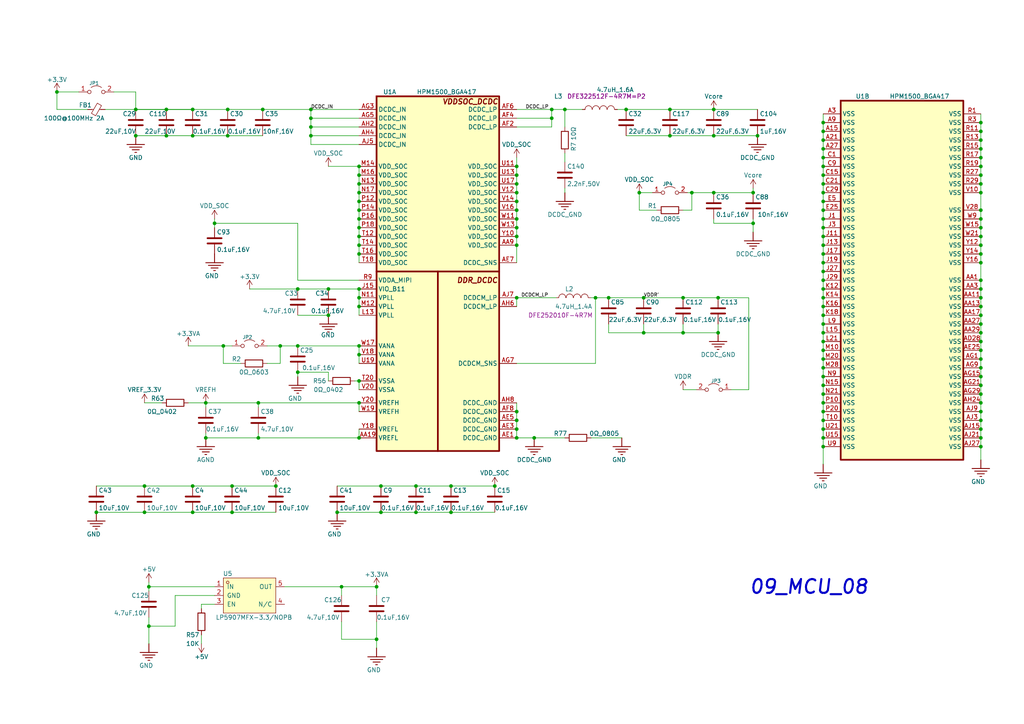
<source format=kicad_sch>
(kicad_sch (version 20230121) (generator eeschema)
  (paper "A4")
  (lib_symbols
    (symbol "0.1uF,16V_10" (pin_numbers hide) (pin_names (offset 0.254))
      (property "Reference" "C" (at 0.635 2.54 0))
      (property "Value" "0.1uF,16V_10" (at 0.635 -2.54 0))
      (symbol "0.1uF,16V_10_1_1"
        (pin passive line (at 0 3.81 270) (length 2.794) (name "~") (number "1"))
        (pin passive line (at 0 -3.81 90) (length 2.794) (name "~") (number "2"))
      )
    )
    (symbol "0.1uF,16V_11" (pin_numbers hide) (pin_names (offset 0.254))
      (property "Reference" "C" (at 0.635 2.54 0))
      (property "Value" "0.1uF,16V_11" (at 0.635 -2.54 0))
      (symbol "0.1uF,16V_11_1_1"
        (pin passive line (at 0 3.81 270) (length 2.794) (name "~") (number "1"))
        (pin passive line (at 0 -3.81 90) (length 2.794) (name "~") (number "2"))
      )
    )
    (symbol "0.1uF,16V_12" (pin_numbers hide) (pin_names (offset 0.254))
      (property "Reference" "C" (at 0.635 2.54 0))
      (property "Value" "0.1uF,16V_12" (at 0.635 -2.54 0))
      (symbol "0.1uF,16V_12_1_1"
        (pin passive line (at 0 3.81 270) (length 2.794) (name "~") (number "1"))
        (pin passive line (at 0 -3.81 90) (length 2.794) (name "~") (number "2"))
      )
    )
    (symbol "0.1uF,16V_13" (pin_numbers hide) (pin_names (offset 0.254))
      (property "Reference" "C" (at 0.635 2.54 0))
      (property "Value" "0.1uF,16V_13" (at 0.635 -2.54 0))
      (symbol "0.1uF,16V_13_1_1"
        (pin passive line (at 0 3.81 270) (length 2.794) (name "~") (number "1"))
        (pin passive line (at 0 -3.81 90) (length 2.794) (name "~") (number "2"))
      )
    )
    (symbol "0.1uF,16V_14" (pin_numbers hide) (pin_names (offset 0.254))
      (property "Reference" "C" (at 0.635 2.54 0))
      (property "Value" "0.1uF,16V_14" (at 0.635 -2.54 0))
      (symbol "0.1uF,16V_14_1_1"
        (pin passive line (at 0 3.81 270) (length 2.794) (name "~") (number "1"))
        (pin passive line (at 0 -3.81 90) (length 2.794) (name "~") (number "2"))
      )
    )
    (symbol "0.1uF,16V_16" (pin_numbers hide) (pin_names (offset 0.254))
      (property "Reference" "C" (at 0.635 2.54 0))
      (property "Value" "0.1uF,16V_16" (at 0.635 -2.54 0))
      (symbol "0.1uF,16V_16_1_1"
        (pin passive line (at 0 3.81 270) (length 2.794) (name "~") (number "1"))
        (pin passive line (at 0 -3.81 90) (length 2.794) (name "~") (number "2"))
      )
    )
    (symbol "0.1uF,16V_17" (pin_numbers hide) (pin_names (offset 0.254))
      (property "Reference" "C" (at 0.635 2.54 0))
      (property "Value" "0.1uF,16V_17" (at 0.635 -2.54 0))
      (symbol "0.1uF,16V_17_1_1"
        (pin passive line (at 0 3.81 270) (length 2.794) (name "~") (number "1"))
        (pin passive line (at 0 -3.81 90) (length 2.794) (name "~") (number "2"))
      )
    )
    (symbol "0.1uF,16V_2" (pin_numbers hide) (pin_names (offset 0.254))
      (property "Reference" "C" (at 0.635 2.54 0))
      (property "Value" "0.1uF,16V_2" (at 0.635 -2.54 0))
      (symbol "0.1uF,16V_2_1_1"
        (pin passive line (at 0 3.81 270) (length 2.794) (name "~") (number "1"))
        (pin passive line (at 0 -3.81 90) (length 2.794) (name "~") (number "2"))
      )
    )
    (symbol "0.1uF,16V_3" (pin_numbers hide) (pin_names (offset 0.254))
      (property "Reference" "C" (at 0.635 2.54 0))
      (property "Value" "0.1uF,16V_3" (at 0.635 -2.54 0))
      (symbol "0.1uF,16V_3_1_1"
        (pin passive line (at 0 3.81 270) (length 2.794) (name "~") (number "1"))
        (pin passive line (at 0 -3.81 90) (length 2.794) (name "~") (number "2"))
      )
    )
    (symbol "0.1uF,16V_5" (pin_numbers hide) (pin_names (offset 0.254))
      (property "Reference" "C" (at 0.635 2.54 0))
      (property "Value" "0.1uF,16V_5" (at 0.635 -2.54 0))
      (symbol "0.1uF,16V_5_1_1"
        (pin passive line (at 0 3.81 270) (length 2.794) (name "~") (number "1"))
        (pin passive line (at 0 -3.81 90) (length 2.794) (name "~") (number "2"))
      )
    )
    (symbol "0.1uF,16V_6" (pin_numbers hide) (pin_names (offset 0.254))
      (property "Reference" "C" (at 0.635 2.54 0))
      (property "Value" "0.1uF,16V_6" (at 0.635 -2.54 0))
      (symbol "0.1uF,16V_6_1_1"
        (pin passive line (at 0 3.81 270) (length 2.794) (name "~") (number "1"))
        (pin passive line (at 0 -3.81 90) (length 2.794) (name "~") (number "2"))
      )
    )
    (symbol "0.1uF,16V_7" (pin_numbers hide) (pin_names (offset 0.254))
      (property "Reference" "C" (at 0.635 2.54 0))
      (property "Value" "0.1uF,16V_7" (at 0.635 -2.54 0))
      (symbol "0.1uF,16V_7_1_1"
        (pin passive line (at 0 3.81 270) (length 2.794) (name "~") (number "1"))
        (pin passive line (at 0 -3.81 90) (length 2.794) (name "~") (number "2"))
      )
    )
    (symbol "0.1uF,16V_8" (pin_numbers hide) (pin_names (offset 0.254))
      (property "Reference" "C" (at 0.635 2.54 0))
      (property "Value" "0.1uF,16V_8" (at 0.635 -2.54 0))
      (symbol "0.1uF,16V_8_1_1"
        (pin passive line (at 0 3.81 270) (length 2.794) (name "~") (number "1"))
        (pin passive line (at 0 -3.81 90) (length 2.794) (name "~") (number "2"))
      )
    )
    (symbol "0.1uF,16V_9" (pin_numbers hide) (pin_names (offset 0.254))
      (property "Reference" "C" (at 0.635 2.54 0))
      (property "Value" "0.1uF,16V_9" (at 0.635 -2.54 0))
      (symbol "0.1uF,16V_9_1_1"
        (pin passive line (at 0 3.81 270) (length 2.794) (name "~") (number "1"))
        (pin passive line (at 0 -3.81 90) (length 2.794) (name "~") (number "2"))
      )
    )
    (symbol "00_HPM6800_Library:HPM6880IBD1"
      (property "Reference" "U" (at -33.02 1.27 0))
      (property "Value" "HPM6880IBD1" (at -22.86 1.27 0))
      (symbol "HPM6880IBD1_1_1"
        (text "DDR_DCDC" (at -6.35 -53.34 0) (effects (font (size 1.5 1.5) bold italic)))
        (text "VDDSOC_DCDC" (at -8.382 -1.524 0) (effects (font (size 1.5 1.5) bold italic)))
        (pin input line (at -40.64 -99.06 0) (length 5.08) (name "VREFL") (number "AA19"))
        (pin input line (at 5.08 -43.18 180) (length 5.08) (name "VDD_SOC") (number "AA9"))
        (pin input line (at 5.08 -99.06 180) (length 5.08) (name "DCDC_GND") (number "AE1"))
        (pin input line (at 5.08 -96.52 180) (length 5.08) (name "DCDC_GND") (number "AE3"))
        (pin input line (at 5.08 -93.98 180) (length 5.08) (name "DCDC_GND") (number "AE5"))
        (pin input line (at 5.08 -48.26 180) (length 5.08) (name "DCDC_SNS") (number "AE7"))
        (pin input line (at 5.08 -8.89 180) (length 5.08) (name "DCDC_LP\n") (number "AF2"))
        (pin input line (at 5.08 -6.35 180) (length 5.08) (name "DCDC_LP\n") (number "AF4"))
        (pin input line (at 5.08 -3.81 180) (length 5.08) (name "DCDC_LP\n") (number "AF6"))
        (pin input line (at 5.08 -91.44 180) (length 5.08) (name "DCDC_GND") (number "AF8"))
        (pin input line (at -40.64 -3.81 0) (length 5.08) (name "DCDC_IN") (number "AG3"))
        (pin input line (at -40.64 -6.35 0) (length 5.08) (name "DCDC_IN") (number "AG5"))
        (pin input line (at 5.08 -77.47 180) (length 5.08) (name "DCDCM_SNS") (number "AG7"))
        (pin input line (at -40.64 -8.89 0) (length 5.08) (name "DCDC_IN") (number "AH2"))
        (pin input line (at -40.64 -11.43 0) (length 5.08) (name "DCDC_IN") (number "AH4"))
        (pin input line (at 5.08 -60.96 180) (length 5.08) (name "DCDCM_LP") (number "AH6"))
        (pin input line (at 5.08 -88.9 180) (length 5.08) (name "DCDC_GND") (number "AH8"))
        (pin input line (at -40.64 -13.97 0) (length 5.08) (name "DCDC_IN") (number "AJ5"))
        (pin input line (at 5.08 -58.42 180) (length 5.08) (name "DCDCM_LP") (number "AJ7"))
        (pin input line (at -40.64 -55.88 0) (length 5.08) (name "VIO_B11") (number "J15"))
        (pin input line (at -40.64 -63.5 0) (length 5.08) (name "VPLL") (number "L13"))
        (pin input line (at -40.64 -60.96 0) (length 5.08) (name "VPLL") (number "M12"))
        (pin input line (at -40.64 -20.32 0) (length 5.08) (name "VDD_SOC") (number "M14"))
        (pin input line (at -40.64 -22.86 0) (length 5.08) (name "VDD_SOC") (number "M16"))
        (pin input line (at -40.64 -58.42 0) (length 5.08) (name "VPLL") (number "N11"))
        (pin input line (at -40.64 -25.4 0) (length 5.08) (name "VDD_SOC") (number "N13"))
        (pin input line (at -40.64 -27.94 0) (length 5.08) (name "VDD_SOC") (number "N17"))
        (pin input line (at -40.64 -30.48 0) (length 5.08) (name "VDD_SOC") (number "P12"))
        (pin input line (at -40.64 -33.02 0) (length 5.08) (name "VDD_SOC") (number "P14"))
        (pin input line (at -40.64 -35.56 0) (length 5.08) (name "VDD_SOC") (number "P16"))
        (pin input line (at -40.64 -38.1 0) (length 5.08) (name "VDD_SOC") (number "P18"))
        (pin input line (at -40.64 -53.34 0) (length 5.08) (name "VDDA_MIPI\n") (number "R9"))
        (pin input line (at -40.64 -40.64 0) (length 5.08) (name "VDD_SOC") (number "T12"))
        (pin input line (at -40.64 -43.18 0) (length 5.08) (name "VDD_SOC") (number "T14"))
        (pin input line (at -40.64 -45.72 0) (length 5.08) (name "VDD_SOC") (number "T16"))
        (pin input line (at -40.64 -48.26 0) (length 5.08) (name "VDD_SOC") (number "T18"))
        (pin input line (at -40.64 -82.55 0) (length 5.08) (name "VSSA") (number "T20"))
        (pin input line (at 5.08 -20.32 180) (length 5.08) (name "VDD_SOC") (number "U11"))
        (pin input line (at 5.08 -22.86 180) (length 5.08) (name "VDD_SOC") (number "U13"))
        (pin input line (at 5.08 -25.4 180) (length 5.08) (name "VDD_SOC") (number "U17"))
        (pin input line (at -40.64 -77.47 0) (length 5.08) (name "VANA") (number "U19"))
        (pin input line (at 5.08 -27.94 180) (length 5.08) (name "VDD_SOC") (number "V12"))
        (pin input line (at 5.08 -30.48 180) (length 5.08) (name "VDD_SOC") (number "V14"))
        (pin input line (at 5.08 -33.02 180) (length 5.08) (name "VDD_SOC") (number "V16"))
        (pin input line (at -40.64 -74.93 0) (length 5.08) (name "VANA") (number "V18"))
        (pin input line (at -40.64 -85.09 0) (length 5.08) (name "VSSA") (number "V20"))
        (pin input line (at 5.08 -35.56 180) (length 5.08) (name "VDD_SOC") (number "W11"))
        (pin input line (at 5.08 -38.1 180) (length 5.08) (name "VDD_SOC") (number "W13"))
        (pin input line (at -40.64 -72.39 0) (length 5.08) (name "VANA") (number "W17"))
        (pin input line (at -40.64 -91.44 0) (length 5.08) (name "VREFH") (number "W19"))
        (pin input line (at 5.08 -40.64 180) (length 5.08) (name "VDD_SOC") (number "Y10"))
        (pin input line (at -40.64 -96.52 0) (length 5.08) (name "VREFL") (number "Y18"))
        (pin input line (at -40.64 -88.9 0) (length 5.08) (name "VREFH") (number "Y20"))
      )
      (symbol "HPM6880IBD1_2_1"
        (pin input line (at -40.64 -8.89 0) (length 5.08) (name "VSS") (number "A15"))
        (pin input line (at -40.64 -11.43 0) (length 5.08) (name "VSS") (number "A21"))
        (pin input line (at -40.64 -13.97 0) (length 5.08) (name "VSS") (number "A27"))
        (pin input line (at -40.64 -3.81 0) (length 5.08) (name "VSS") (number "A3"))
        (pin input line (at -40.64 -6.35 0) (length 5.08) (name "VSS") (number "A9"))
        (pin input line (at 5.08 -52.07 180) (length 5.08) (name "VSS") (number "AA1"))
        (pin input line (at 5.08 -57.15 180) (length 5.08) (name "VSS") (number "AA11"))
        (pin input line (at 5.08 -59.69 180) (length 5.08) (name "VSS") (number "AA13"))
        (pin input line (at 5.08 -62.23 180) (length 5.08) (name "VSS") (number "AA17"))
        (pin input line (at 5.08 -64.77 180) (length 5.08) (name "VSS") (number "AA27"))
        (pin input line (at 5.08 -67.31 180) (length 5.08) (name "VSS") (number "AA29"))
        (pin input line (at 5.08 -54.61 180) (length 5.08) (name "VSS") (number "AA3"))
        (pin input line (at 5.08 -69.85 180) (length 5.08) (name "VSS") (number "AD28"))
        (pin input line (at 5.08 -72.39 180) (length 5.08) (name "VSS") (number "AE25"))
        (pin input line (at 5.08 -74.93 180) (length 5.08) (name "VSS") (number "AG1"))
        (pin input line (at 5.08 -80.01 180) (length 5.08) (name "VSS") (number "AG15"))
        (pin input line (at 5.08 -82.55 180) (length 5.08) (name "VSS") (number "AG21"))
        (pin input line (at 5.08 -85.09 180) (length 5.08) (name "VSS") (number "AG29"))
        (pin input line (at 5.08 -77.47 180) (length 5.08) (name "VSS") (number "AG9"))
        (pin input line (at 5.08 -87.63 180) (length 5.08) (name "VSS") (number "AH24"))
        (pin input line (at 5.08 -95.25 180) (length 5.08) (name "VSS") (number "AJ15"))
        (pin input line (at 5.08 -97.79 180) (length 5.08) (name "VSS") (number "AJ21"))
        (pin input line (at 5.08 -100.33 180) (length 5.08) (name "VSS") (number "AJ27"))
        (pin input line (at 5.08 -92.71 180) (length 5.08) (name "VSS") (number "AJ3"))
        (pin input line (at 5.08 -90.17 180) (length 5.08) (name "VSS") (number "AJ9"))
        (pin input line (at -40.64 -16.51 0) (length 5.08) (name "VSS") (number "C1"))
        (pin input line (at -40.64 -21.59 0) (length 5.08) (name "VSS") (number "C15"))
        (pin input line (at -40.64 -24.13 0) (length 5.08) (name "VSS") (number "C21"))
        (pin input line (at -40.64 -26.67 0) (length 5.08) (name "VSS") (number "C29"))
        (pin input line (at -40.64 -19.05 0) (length 5.08) (name "VSS") (number "C9"))
        (pin input line (at -40.64 -31.75 0) (length 5.08) (name "VSS") (number "E25"))
        (pin input line (at -40.64 -29.21 0) (length 5.08) (name "VSS") (number "E5"))
        (pin input line (at -40.64 -34.29 0) (length 5.08) (name "VSS") (number "J1"))
        (pin input line (at -40.64 -39.37 0) (length 5.08) (name "VSS") (number "J11"))
        (pin input line (at -40.64 -41.91 0) (length 5.08) (name "VSS") (number "J13"))
        (pin input line (at -40.64 -44.45 0) (length 5.08) (name "VSS") (number "J17"))
        (pin input line (at -40.64 -46.99 0) (length 5.08) (name "VSS") (number "J19"))
        (pin input line (at -40.64 -49.53 0) (length 5.08) (name "VSS") (number "J27"))
        (pin input line (at -40.64 -52.07 0) (length 5.08) (name "VSS") (number "J29"))
        (pin input line (at -40.64 -36.83 0) (length 5.08) (name "VSS") (number "J3"))
        (pin input line (at -40.64 -54.61 0) (length 5.08) (name "VSS") (number "K12"))
        (pin input line (at -40.64 -57.15 0) (length 5.08) (name "VSS") (number "K14"))
        (pin input line (at -40.64 -59.69 0) (length 5.08) (name "VSS") (number "K16"))
        (pin input line (at -40.64 -62.23 0) (length 5.08) (name "VSS") (number "K18"))
        (pin input line (at -40.64 -67.31 0) (length 5.08) (name "VSS") (number "L15"))
        (pin input line (at -40.64 -69.85 0) (length 5.08) (name "VSS") (number "L21"))
        (pin input line (at -40.64 -64.77 0) (length 5.08) (name "VSS") (number "L9"))
        (pin input line (at -40.64 -72.39 0) (length 5.08) (name "VSS") (number "M10"))
        (pin input line (at -40.64 -74.93 0) (length 5.08) (name "VSS") (number "M20"))
        (pin input line (at -40.64 -77.47 0) (length 5.08) (name "VSS") (number "M28"))
        (pin input line (at -40.64 -82.55 0) (length 5.08) (name "VSS") (number "N15"))
        (pin input line (at -40.64 -85.09 0) (length 5.08) (name "VSS") (number "N21"))
        (pin input line (at -40.64 -80.01 0) (length 5.08) (name "VSS") (number "N9"))
        (pin input line (at -40.64 -87.63 0) (length 5.08) (name "VSS") (number "P10"))
        (pin input line (at -40.64 -90.17 0) (length 5.08) (name "VSS") (number "P20"))
        (pin input line (at 5.08 -3.81 180) (length 5.08) (name "VSS") (number "R1"))
        (pin input line (at 5.08 -8.89 180) (length 5.08) (name "VSS") (number "R11"))
        (pin input line (at 5.08 -11.43 180) (length 5.08) (name "VSS") (number "R13"))
        (pin input line (at 5.08 -13.97 180) (length 5.08) (name "VSS") (number "R15"))
        (pin input line (at 5.08 -16.51 180) (length 5.08) (name "VSS") (number "R17"))
        (pin input line (at 5.08 -19.05 180) (length 5.08) (name "VSS") (number "R19"))
        (pin input line (at 5.08 -21.59 180) (length 5.08) (name "VSS") (number "R27"))
        (pin input line (at 5.08 -24.13 180) (length 5.08) (name "VSS") (number "R29"))
        (pin input line (at 5.08 -6.35 180) (length 5.08) (name "VSS") (number "R3"))
        (pin input line (at -40.64 -92.71 0) (length 5.08) (name "VSS") (number "T10"))
        (pin input line (at -40.64 -97.79 0) (length 5.08) (name "VSS") (number "U15"))
        (pin input line (at -40.64 -95.25 0) (length 5.08) (name "VSS") (number "U21"))
        (pin input line (at -40.64 -100.33 0) (length 5.08) (name "VSS") (number "U9"))
        (pin input line (at 5.08 -26.67 180) (length 5.08) (name "VSS") (number "V10"))
        (pin input line (at 5.08 -31.75 180) (length 5.08) (name "VSS") (number "V28"))
        (pin input line (at 5.08 -36.83 180) (length 5.08) (name "VSS") (number "W15"))
        (pin input line (at 5.08 -39.37 180) (length 5.08) (name "VSS") (number "W21"))
        (pin input line (at 5.08 -34.29 180) (length 5.08) (name "VSS") (number "W9"))
        (pin input line (at 5.08 -41.91 180) (length 5.08) (name "VSS") (number "Y12"))
        (pin input line (at 5.08 -44.45 180) (length 5.08) (name "VSS") (number "Y14"))
        (pin input line (at 5.08 -46.99 180) (length 5.08) (name "VSS") (number "Y16"))
      )
      (symbol "HPM6880IBD1_3_1"
        (text "DH" (at -15.24 -104.14 0) (effects (font (size 1.27 1.27) bold italic)))
        (text "DL" (at -15.24 -74.93 0) (effects (font (size 1.27 1.27) bold italic)))
        (pin input line (at -40.64 -11.43 0) (length 5.08) (name "VDDR") (number "AA21"))
        (pin input line (at -40.64 -26.67 0) (length 5.08) (name "VDDR") (number "AA23"))
        (pin input line (at -40.64 -8.89 0) (length 5.08) (name "VDDR") (number "AA25"))
        (pin input line (at -40.64 -29.21 0) (length 5.08) (name "VDDR") (number "AB22"))
        (pin input line (at -40.64 -104.14 0) (length 5.08) (name "DDR_CKP") (number "AB24"))
        (pin input line (at 5.08 -8.89 180) (length 5.08) (name "DDR_A2") (number "AB26"))
        (pin input line (at 5.08 -16.51 180) (length 5.08) (name "DDR_A5") (number "AB28"))
        (pin input line (at 5.08 -29.21 180) (length 5.08) (name "DDR_A10") (number "AC23"))
        (pin input line (at -40.64 -101.6 0) (length 5.08) (name "DDR_CKN") (number "AC25"))
        (pin input line (at 5.08 -3.81 180) (length 5.08) (name "DDR_A0") (number "AC27"))
        (pin input line (at 5.08 -11.43 180) (length 5.08) (name "DDR_A3") (number "AC29"))
        (pin input line (at 5.08 -41.91 180) (length 5.08) (name "DDR_A15") (number "AD24"))
        (pin input line (at 5.08 -34.29 180) (length 5.08) (name "DDR_A12") (number "AD26"))
        (pin input line (at 5.08 -6.35 180) (length 5.08) (name "DDR_A1") (number "AE27"))
        (pin input line (at -40.64 -68.58 0) (length 5.08) (name "DDR_BA1") (number "AE29"))
        (pin input line (at -40.64 -55.88 0) (length 5.08) (name "DDR_ZQ") (number "AF24"))
        (pin input line (at 5.08 -31.75 180) (length 5.08) (name "DDR_A11") (number "AF26"))
        (pin input line (at 5.08 -13.97 180) (length 5.08) (name "DDR_A4") (number "AF28"))
        (pin input line (at -40.64 -83.82 0) (length 5.08) (name "DDR_CKE0") (number "AG25"))
        (pin input line (at 5.08 -19.05 180) (length 5.08) (name "DDR_A6") (number "AG27"))
        (pin input line (at 5.08 -24.13 180) (length 5.08) (name "DDR_A8") (number "AH26"))
        (pin input line (at 5.08 -39.37 180) (length 5.08) (name "DDR_A14") (number "AH28"))
        (pin input line (at -40.64 -86.36 0) (length 5.08) (name "DDR_CKE1") (number "AJ25"))
        (pin input line (at -40.64 -24.13 0) (length 5.08) (name "VDDR") (number "J23"))
        (pin input line (at -40.64 -21.59 0) (length 5.08) (name "VDDR") (number "J25"))
        (pin input line (at 5.08 -104.14 180) (length 5.08) (name "DDR_DM1") (number "K22"))
        (pin input line (at 5.08 -81.28 180) (length 5.08) (name "DDR_D9") (number "K24"))
        (pin input line (at 5.08 -71.12 180) (length 5.08) (name "DDR_D6") (number "K26"))
        (pin input line (at 5.08 -66.04 180) (length 5.08) (name "DDR_D4") (number "K28"))
        (pin input line (at 5.08 -86.36 180) (length 5.08) (name "DDR_D11") (number "L23"))
        (pin input line (at 5.08 -91.44 180) (length 5.08) (name "DDR_D13") (number "L25"))
        (pin input line (at 5.08 -53.34 180) (length 5.08) (name "DDR_DQS0N") (number "L27"))
        (pin input line (at 5.08 -50.8 180) (length 5.08) (name "DDR_DQS0P") (number "L29"))
        (pin input line (at -40.64 -31.75 0) (length 5.08) (name "VDDR") (number "M22"))
        (pin input line (at 5.08 -96.52 180) (length 5.08) (name "DDR_D15") (number "M24"))
        (pin input line (at 5.08 -60.96 180) (length 5.08) (name "DDR_D2") (number "M26"))
        (pin input line (at 5.08 -93.98 180) (length 5.08) (name "DDR_D14") (number "N23"))
        (pin input line (at 5.08 -88.9 180) (length 5.08) (name "DDR_D12") (number "N25"))
        (pin input line (at 5.08 -55.88 180) (length 5.08) (name "DDR_D0") (number "N27"))
        (pin input line (at 5.08 -48.26 180) (length 5.08) (name "DDR_DM0") (number "N29"))
        (pin input line (at 5.08 -101.6 180) (length 5.08) (name "DDR_DQS1N") (number "P22"))
        (pin input line (at 5.08 -99.06 180) (length 5.08) (name "DDR_DQS1P") (number "P24"))
        (pin input line (at 5.08 -58.42 180) (length 5.08) (name "DDR_D1") (number "P26"))
        (pin input line (at 5.08 -63.5 180) (length 5.08) (name "DDR_D3") (number "P28"))
        (pin input line (at -40.64 -6.35 0) (length 5.08) (name "DDR_VREF") (number "R21"))
        (pin input line (at -40.64 -19.05 0) (length 5.08) (name "VDDR") (number "R23"))
        (pin input line (at -40.64 -16.51 0) (length 5.08) (name "VDDR") (number "R25"))
        (pin input line (at 5.08 -83.82 180) (length 5.08) (name "DDR_D10") (number "T22"))
        (pin input line (at 5.08 -78.74 180) (length 5.08) (name "DDR_D8") (number "T24"))
        (pin input line (at 5.08 -73.66 180) (length 5.08) (name "DDR_D7") (number "T26"))
        (pin input line (at 5.08 -68.58 180) (length 5.08) (name "DDR_D5") (number "T28"))
        (pin input line (at -40.64 -71.12 0) (length 5.08) (name "DDR_BA2") (number "U23"))
        (pin input line (at -40.64 -66.04 0) (length 5.08) (name "DDR_BA0") (number "U25"))
        (pin input line (at -40.64 -88.9 0) (length 5.08) (name "DDR_ODT0") (number "U27"))
        (pin input line (at -40.64 -91.44 0) (length 5.08) (name "DDR_ODT1") (number "U29"))
        (pin input line (at -40.64 -13.97 0) (length 5.08) (name "VDDR") (number "V22"))
        (pin input line (at -40.64 -78.74 0) (length 5.08) (name "DDR_CS0") (number "V24"))
        (pin input line (at -40.64 -81.28 0) (length 5.08) (name "DDR_CS1") (number "V26"))
        (pin input line (at -40.64 -60.96 0) (length 5.08) (name "DDR_WE") (number "W23"))
        (pin input line (at -40.64 -50.8 0) (length 5.08) (name "DDR_CAS") (number "W25"))
        (pin input line (at 5.08 -21.59 180) (length 5.08) (name "DDR_A7") (number "W27"))
        (pin input line (at -40.64 -58.42 0) (length 5.08) (name "DDR_RST") (number "W29"))
        (pin input line (at -40.64 -3.81 0) (length 5.08) (name "DDR_VREF") (number "Y22"))
        (pin input line (at -40.64 -53.34 0) (length 5.08) (name "DDR_RAS") (number "Y24"))
        (pin input line (at 5.08 -26.67 180) (length 5.08) (name "DDR_A9") (number "Y26"))
        (pin input line (at 5.08 -36.83 180) (length 5.08) (name "DDR_A13") (number "Y28"))
      )
      (symbol "HPM6880IBD1_4_1"
        (text "PA00-PA27" (at -66.04 -5.08 0) (effects (font (size 3 3) bold italic)))
        (pin input line (at -142.24 -63.5 0) (length 5.08) (name "PA20/TMR3.A.CAPT2/URT5.A.CTS/CAN5.A.RXD/I2S0.CD.BCLK/DIS0.AB.G2/CAM0.A.PIXCLK") (number "AA5"))
        (pin input line (at -142.24 -5.08 0) (length 5.08) (name "VIO_B00") (number "AA7"))
        (pin input line (at -142.24 -22.86 0) (length 5.08) (name "PA04/TMR1.A.CAPT2/URT1.A.CTS/CAN1.A.RXD/JTAG.A.TDO") (number "AB2"))
        (pin input line (at -142.24 -25.4 0) (length 5.08) (name "PA05/TMR1.A.COMP2/URT1.A.DE/URT1.A.RTS/CAN1.A.TXD/JTAG.A.TDI") (number "AB4"))
        (pin input line (at -142.24 -58.42 0) (length 5.08) (name "PA18/TMR3.A.COMP1/URT4.A.DE/URT4.A.RTS/CAN4.A.STBY/I2S0.CD.FCLK/DIS0.AB.R7/CAM0.A.D7/CPU0.A.NMI") (number "AB6"))
        (pin input line (at -142.24 -60.96 0) (length 5.08) (name "PA19/TMR3.A.CAPT1/URT4.A.CTS/CAN5.A.STBY/I2S0.C.MCLK/DIS0.AB.R6/CAM0.A.D6") (number "AB8"))
        (pin input line (at -142.24 -17.78 0) (length 5.08) (name "PA02/TMR1.A.COMP1/URT0.A.DE/URT0.A.RTS/CAN0.A.STBY/DAO.A.LN") (number "AC1"))
        (pin input line (at -142.24 -20.32 0) (length 5.08) (name "PA03/TMR1.A.CAPT1/URT0.A.CTS/CAN1.A.STBY/DAO.A.LP") (number "AC3"))
        (pin input line (at -142.24 -53.34 0) (length 5.08) (name "PA16/TMR3.A.COMP0/URT4.A.TXD/CAN4.A.TXD/I2S0.CD.RXD0/DIS0.AB.R5/CAM0.A.D9") (number "AC5"))
        (pin input line (at -142.24 -55.88 0) (length 5.08) (name "PA17/TMR3.A.CAPT0/URT4.A.RXD/CAN4.A.RXD/I2S0.CD.RXD2/DIS0.AB.R4/CAM0.A.D8") (number "AC7"))
        (pin input line (at -142.24 -12.7 0) (length 5.08) (name "PA00/TMR1.A.COMP0/URT0.A.TXD/CAN0.A.TXD/DAO.A.RN") (number "AD2"))
        (pin input line (at -142.24 -15.24 0) (length 5.08) (name "PA01/TMR1.A.CAPT0/URT0.A.RXD/CAN0.A.RXD/DAO.A.RP") (number "AD4"))
        (pin input line (at -142.24 -48.26 0) (length 5.08) (name "PA14/TMR0.A.CAPT3/URT3.A.RXD/CAN3.A.RXD/I2S0.CD.RXD1/DIS0.B.CLK/CAM0.A.VSYNC") (number "AD6"))
        (pin input line (at -142.24 -50.8 0) (length 5.08) (name "PA15/TMR0.A.COMP3/URT3.A.TXD/CAN3.A.TXD/I2S0.CD.RXD3/DIS0.AB.R3/CAM0.A.HSYNC") (number "AD8"))
        (pin input line (at -142.24 -43.18 0) (length 5.08) (name "PA12/TMR1.A.CAPT3/URT3.A.CTS/I2C1.A.SDA/SPI0.A.MISO/PDM0.AB.D0/DIS0.AB.G6/CAM0.A.D4") (number "U1"))
        (pin input line (at -142.24 -45.72 0) (length 5.08) (name "PA13/TMR1.A.COMP3/URT3.A.DE/URT3.A.RTS/I2C1.A.SCL/SPI0.A.MOSI/CAN3.A.STBY/PDM0.AB.D2/DIS0.AB.G5/CAM0.A.D5") (number "U3"))
        (pin input line (at -142.24 -78.74 0) (length 5.08) (name "PA26/TMR2.A.COMP2/URT6.A.DE/URT6.A.RTS/SPI1.A.CS0/CAN6.A.STBY/SDC1.A.CDN/CAM0.B.PIXCLK") (number "U5"))
        (pin input line (at -142.24 -81.28 0) (length 5.08) (name "PA27/TMR2.A.CAPT2/URT6.A.CTS/SPI1.A.SCLK/SDC1.A.WP/CAM0.B.D2") (number "U7"))
        (pin input line (at -142.24 -38.1 0) (length 5.08) (name "PA10/TMR0.A.COMP2/URT2.A.DE/URT2.A.RTS/SPI0.A.CS0/CAN2.A.STBY/PDM0.A.CLK/DIS0.AB.G4/CAM0.A.D3") (number "V2"))
        (pin input line (at -142.24 -40.64 0) (length 5.08) (name "PA11/TMR0.A.CAPT2/URT2.A.CTS/SPI0.A.SCLK/PDM0.B.CLK/DIS0.AB.G3/CAM0.A.D2") (number "V4"))
        (pin input line (at -142.24 -76.2 0) (length 5.08) (name "PA25/TMR2.A.CAPT1/URT6.A.RXD/I2C2.A.SDA/SPI1.A.MOSI/CAN6.A.RXD/I2S0.D.MCLK/SDC1.A.VSEL/CAM0.B.D3") (number "V6"))
        (pin input line (at -142.24 -7.62 0) (length 5.08) (name "VIO_B00") (number "V8"))
        (pin input line (at -142.24 -33.02 0) (length 5.08) (name "PA08/TMR0.A.COMP1/URT2.A.TXD/I2C0.A.SCL/CAN2.A.TXD/PDM0.AB.D1/JTAG.A.TRST") (number "W1"))
        (pin input line (at -142.24 -35.56 0) (length 5.08) (name "PA09/TMR0.A.CAPT1/URT2.A.RXD/I2C0.A.SDA/CAN2.A.RXD/PDM0.AB.D3") (number "W3"))
        (pin input line (at -142.24 -71.12 0) (length 5.08) (name "PA23/TMR2.A.COMP0/URT5.A.TXD/I2S0.CD.TXD0/SDC0.B.RSTN/CAM0.B.D4") (number "W5"))
        (pin input line (at -142.24 -73.66 0) (length 5.08) (name "PA24/TMR2.A.COMP1/URT6.A.TXD/I2C2.A.SCL/SPI1.A.MISO/CAN6.A.TXD/I2S0.CD.TXD2/SDC1.A.VON/CAM0.B.D5") (number "W7"))
        (pin input line (at -142.24 -27.94 0) (length 5.08) (name "PA06/TMR0.A.CAPT0/URT1.A.RXD/JTAG.A.TCK") (number "Y2"))
        (pin input line (at -142.24 -30.48 0) (length 5.08) (name "PA07/TMR0.A.COMP0/URT1.A.TXD/JTAG.A.TMS") (number "Y4"))
        (pin input line (at -142.24 -66.04 0) (length 5.08) (name "PA21/TMR3.A.COMP2/URT5.A.DE/URT5.A.RTS/CAN5.A.TXD/I2S0.CD.TXD1/CAM0.A.XCLK") (number "Y6"))
        (pin input line (at -142.24 -68.58 0) (length 5.08) (name "PA22/TMR2.A.CAPT0/URT5.A.RXD/I2S0.CD.TXD3") (number "Y8"))
      )
      (symbol "HPM6880IBD1_5_1"
        (text "PA28-PB31" (at -82.55 -7.62 0) (effects (font (size 3 3) bold italic)))
        (pin input line (at -158.75 -36.83 0) (length 5.08) (name "PB04/TMR5.A.CAPT2/URT1.B.CTS/SPI2.A.CS0/CAN1.B.RXD/DIS0.AB.B2/MIPI2.A.D0N/LVDS2.A.D0N") (number "F2"))
        (pin input line (at -158.75 -39.37 0) (length 5.08) (name "PB05/TMR5.A.COMP2/URT1.B.DE/URT1.B.RTS/SPI2.A.SCLK/CAN1.B.TXD/DIS0.AB.G7/MIPI2.A.D0P/LVDS2.A.D0P") (number "F4"))
        (pin input line (at -158.75 -82.55 0) (length 5.08) (name "PB22/TMR6.A.CAPT0/URT5.B.RXD/SPI1.B.MISO/I2S1.AB.TXD3/SDC0.B.DATA6/MIPI3.A.D0N/LVDS3.A.D0N") (number "F6"))
        (pin input line (at -158.75 -87.63 0) (length 5.08) (name "PB24/TMR6.A.COMP1/URT6.B.TXD/I2C2.B.SCL/SPI0.B.CS2/CAN6.B.TXD/I2S1.A.MCLK/SDC0.B.DATA7/MIPI3.A.D0P/LVDS3.A.D0P") (number "F8"))
        (pin input line (at -158.75 -41.91 0) (length 5.08) (name "PB06/TMR4.A.CAPT0/URT1.B.RXD/SPI2.A.MISO/DIS0.AB.B3/MIPI2.A.D1N/LVDS2.A.D1N") (number "G1"))
        (pin input line (at -158.75 -44.45 0) (length 5.08) (name "PB07/TMR4.A.COMP0/URT1.B.TXD/SPI2.A.MOSI/DIS0.AB.B4/MIPI2.A.D1P/LVDS2.A.D1P") (number "G3"))
        (pin input line (at -158.75 -90.17 0) (length 5.08) (name "PB25/TMR6.A.CAPT1/URT6.B.RXD/I2C2.B.SDA/SPI0.B.CS1/CAN6.B.RXD/I2S1.AB.BCLK/SDC0.B.DATA4/MIPI3.A.D1N/LVDS3.A.D1N") (number "G5"))
        (pin input line (at -158.75 -85.09 0) (length 5.08) (name "PB23/TMR6.A.COMP0/URT5.B.TXD/SPI1.B.MOSI/I2S1.AB.FCLK/SDC0.B.DATA5/MIPI3.A.D1P/LVDS3.A.D1P") (number "G7"))
        (pin input line (at -158.75 -46.99 0) (length 5.08) (name "PB08/TMR4.A.COMP1/URT2.B.TXD/I2C0.B.SCL/SPI3.A.CS2/CAN2.B.TXD/DIS0.AB.B6/MIPI2.A.CKN/LVDS2.A.CKN") (number "H2"))
        (pin input line (at -158.75 -49.53 0) (length 5.08) (name "PB09/TMR4.A.CAPT1/URT2.B.RXD/I2C0.B.SDA/SPI3.A.CS1/CAN2.B.RXD/DIS0.AB.B5/MIPI2.A.CKP/LVDS2.A.CKP") (number "H4"))
        (pin input line (at -158.75 -92.71 0) (length 5.08) (name "PB26/TMR6.A.COMP2/URT6.B.DE/URT6.B.RTS/SPI0.B.CS0/CAN6.B.STBY/I2S1.AB.RXD1/SDC0.BC.DATA3/MIPI3.A.CKN/LVDS3.A.CKN") (number "H6"))
        (pin input line (at -158.75 -95.25 0) (length 5.08) (name "PB27/TMR6.A.CAPT2/URT6.B.CTS/SPI0.B.SCLK/I2S1.AB.RXD3/SDC0.BC.DATA0/MIPI3.A.CKP/LVDS3.A.CKP") (number "H8"))
        (pin input line (at -158.75 -97.79 0) (length 5.08) (name "PB28/TMR7.A.CAPT3/URT7.B.CTS/I2C3.B.SDA/SPI0.B.MISO/I2S1.AB.RXD0/SDC0.BC.DATA1/CPU0.B.NMI/MIPI3.A.D2N/LVDS3.A.D2N") (number "J5"))
        (pin input line (at -158.75 -2.54 0) (length 5.08) (name "VIO_B01") (number "J7"))
        (pin input line (at -158.75 -52.07 0) (length 5.08) (name "PB10/TMR4.A.COMP2/URT2.B.DE/URT2.B.RTS/SPI3.A.CS0/CAN2.B.STBY/DIS0.AB.EN/MIPI2.A.D2N/LVDS2.A.D2N") (number "K2"))
        (pin input line (at -158.75 -54.61 0) (length 5.08) (name "PB11/TMR4.A.CAPT2/URT2.B.CTS/SPI3.A.SCLK/DIS0.AB.B7/MIPI2.A.D2P/LVDS2.A.D2P") (number "K4"))
        (pin input line (at -158.75 -100.33 0) (length 5.08) (name "PB29/TMR7.A.COMP3/URT7.B.DE/URT7.B.RTS/I2C3.B.SCL/SPI0.B.MOSI/CAN7.B.STBY/I2S1.AB.RXD2/SDC0.BC.DATA2/MIPI3.A.D2P/LVDS3.A.D2P") (number "K6"))
        (pin input line (at -158.75 -105.41 0) (length 5.08) (name "PB31/TMR6.A.COMP3/URT7.B.TXD/SPI0.B.DAT3/CAN7.B.TXD/SDC0.BC.CMD/MIPI3.A.D3P/LVDS3.A.D3P") (number "K8"))
        (pin input line (at -158.75 -57.15 0) (length 5.08) (name "PB12/TMR5.A.CAPT3/URT3.B.CTS/I2C1.B.SDA/SPI3.A.MISO/DIS0.AB.HSYNC/MIPI2.A.D3N/LVDS2.A.D3N") (number "L1"))
        (pin input line (at -158.75 -59.69 0) (length 5.08) (name "PB13/TMR5.A.COMP3/URT3.B.DE/URT3.B.RTS/I2C1.B.SCL/SPI3.A.MOSI/CAN3.B.STBY/DIS0.A.CLK/MIPI2.A.D3P/LVDS2.A.D3P") (number "L3"))
        (pin input line (at -158.75 -19.05 0) (length 5.08) (name "PA29/TMR3.A.COMP3/URT7.A.DE/URT7.A.RTS/I2C3.A.SCL/CAN7.A.STBY/CAM0.B.XCLK/MIPI1.A.REXT") (number "L5"))
        (pin input line (at -158.75 -102.87 0) (length 5.08) (name "PB30/TMR6.A.CAPT3/URT7.B.RXD/SPI0.B.DAT2/CAN7.B.RXD/SDC0.BC.CLK/MIPI3.A.D3N/LVDS3.A.D3N") (number "L7"))
        (pin input line (at -158.75 -62.23 0) (length 5.08) (name "PB14/TMR4.A.CAPT3/URT3.B.RXD/SPI3.A.DAT2/CAN3.B.RXD/DIS0.AB.VSYNC/SYSCTL.B.CLK_OBS1/MIPI2.A.REXT") (number "M2"))
        (pin input line (at -158.75 -64.77 0) (length 5.08) (name "PB15/TMR4.A.COMP3/URT3.B.TXD/SPI3.A.DAT3/CAN3.B.TXD/SDC0.B.DS/SYSCTL.B.CLK_OBS3/MIPI3.A.REXT") (number "M4"))
        (pin input line (at -158.75 -16.51 0) (length 5.08) (name "PA28/TMR3.A.CAPT3/URT7.A.CTS/I2C3.A.SDA/DIS0.AB.R0/MIPI0.A.REXT") (number "M6"))
        (pin input line (at -158.75 -5.08 0) (length 5.08) (name "VIO_B01") (number "M8"))
        (pin input line (at -158.75 -21.59 0) (length 5.08) (name "PA30/TMR2.A.CAPT3/URT7.A.RXD/CAN7.A.RXD/DIS0.AB.R2/MIPI0.A.D0N/LVDS0.A.D0N") (number "N1"))
        (pin input line (at -158.75 -24.13 0) (length 5.08) (name "PA31/TMR2.A.COMP3/URT7.A.TXD/CAN7.A.TXD/DIS0.AB.R1/MIPI0.A.D0P/LVDS0.A.D0P") (number "N3"))
        (pin input line (at -158.75 -67.31 0) (length 5.08) (name "PB16/TMR7.A.COMP0/URT4.B.TXD/CAN4.B.TXD/CAM0.B.D6/MIPI1.A.D0N/LVDS1.A.D0N") (number "N5"))
        (pin input line (at -158.75 -69.85 0) (length 5.08) (name "PB17/TMR7.A.CAPT0/URT4.B.RXD/CAN4.B.RXD/CAM0.B.D7/MIPI1.A.D0P/LVDS1.A.D0P") (number "N7"))
        (pin input line (at -158.75 -26.67 0) (length 5.08) (name "PB00/TMR5.A.COMP0/URT0.B.TXD/CAN0.B.TXD/DIS0.AB.G1/MIPI0.A.CKN/LVDS0.A.CKN") (number "P2"))
        (pin input line (at -158.75 -29.21 0) (length 5.08) (name "PB01/TMR5.A.CAPT0/URT0.B.RXD/CAN0.B.RXD/DIS0.AB.G0/MIPI0.A.CKP/LVDS0.A.CKP") (number "P4"))
        (pin input line (at -158.75 -72.39 0) (length 5.08) (name "PB18/TMR7.A.COMP1/URT4.B.DE/URT4.B.RTS/CAN4.B.STBY/I2S1.AB.TXD1/CAM0.B.D9/MIPI1.A.CKN/LVDS1.A.CKN") (number "P6"))
        (pin input line (at -158.75 -74.93 0) (length 5.08) (name "PB19/TMR7.A.CAPT1/URT4.B.CTS/SPI0.B.CS3/CAN5.B.STBY/I2S1.B.MCLK/CAM0.B.D8/MIPI1.A.CKP/LVDS1.A.CKP") (number "P8"))
        (pin input line (at -158.75 -7.62 0) (length 5.08) (name "VIO_B01") (number "R5"))
        (pin input line (at -158.75 -10.16 0) (length 5.08) (name "VIO_B01") (number "R7"))
        (pin input line (at -158.75 -31.75 0) (length 5.08) (name "PB02/TMR5.A.COMP1/URT0.B.DE/URT0.B.RTS/CAN0.B.STBY/DIS0.AB.B1/MIPI0.A.D1N/LVDS0.A.D1N") (number "T2"))
        (pin input line (at -158.75 -34.29 0) (length 5.08) (name "PB03/TMR5.A.CAPT1/URT0.B.CTS/SPI3.A.CS3/CAN1.B.STBY/DIS0.AB.B0/MIPI0.A.D1P/LVDS0.A.D1P") (number "T4"))
        (pin input line (at -158.75 -80.01 0) (length 5.08) (name "PB21/TMR7.A.COMP2/URT5.B.DE/URT5.B.RTS/SPI1.B.SCLK/CAN5.B.TXD/I2S1.AB.TXD0/CAM0.B.VSYNC/MIPI1.A.D1N/LVDS1.A.D1N") (number "T6"))
        (pin input line (at -158.75 -77.47 0) (length 5.08) (name "PB20/TMR7.A.CAPT2/URT5.B.CTS/SPI1.B.CS0/CAN5.B.RXD/I2S1.AB.TXD2/CAM0.B.HSYNC/MIPI1.A.D1P/LVDS1.A.D1P") (number "T8"))
      )
      (symbol "HPM6880IBD1_6_1"
        (text "PC00-PC11" (at -66.04 -5.08 0) (effects (font (size 3 3) bold italic)))
        (text "PC12-PC17" (at -66.04 -49.53 0) (effects (font (size 3 3) bold italic)))
        (text "PC18-PC29" (at -66.04 -78.74 0) (effects (font (size 3 3) bold italic)))
        (pin input line (at -140.97 -90.17 0) (length 5.08) (name "PC20/TMR3.B.CAPT2/URT5.C.CTS/SPI0.C.CS0/CAN5.C.RXD/I2S1.CD.RXD0/SDC1.B.CLK/ETH0.A.TXCK") (number "A11"))
        (pin input line (at -140.97 -100.33 0) (length 5.08) (name "PC24/TMR2.B.COMP1/URT6.C.TXD/I2C2.C.SCL/SPI1.C.CS2/CAN6.C.TXD/I2S1.CD.TXD0/SDC1.C.CDN/ETH0.A.RXD2") (number "A13"))
        (pin input line (at -140.97 -20.32 0) (length 5.08) (name "PC03/TMR1.B.CAPT1/URT0.C.CTS/CAN1.C.STBY/I2S2.AB.RXD0/SDC0.A.DATA1/XPI_SLV.A.ADQ1") (number "A5"))
        (pin input line (at -140.97 -33.02 0) (length 5.08) (name "PC08/TMR0.B.COMP1/URT2.C.TXD/I2C0.C.SCL/CAN2.C.TXD/I2S2.AB.TXD2/DAO.B.LN/SDC0.A.DATA4/XPI_SLV.A.ERR") (number "A7"))
        (pin input line (at -140.97 -85.09 0) (length 5.08) (name "PC18/TMR3.B.COMP1/URT4.C.DE/URT4.C.RTS/CAN4.C.STBY/I2S1.CD.RXD2/SDC1.B.DATA3/ETH0.A.TXD3") (number "B10"))
        (pin input line (at -140.97 -95.25 0) (length 5.08) (name "PC22/TMR2.B.CAPT0/URT5.C.RXD/SPI0.C.MISO/I2S1.CD.BCLK/SDC1.B.DATA1/ETH0.A.TXD0") (number "B12"))
        (pin input line (at -140.97 -105.41 0) (length 5.08) (name "PC26/TMR2.B.COMP2/URT6.C.DE/URT6.C.RTS/SPI1.C.CS0/CAN6.C.STBY/I2S1.CD.TXD2/SDC1.C.WP/ETH0.A.RXCK") (number "B14"))
        (pin input line (at -140.97 -110.49 0) (length 5.08) (name "PC28/TMR3.B.CAPT3/URT7.C.CTS/I2C3.C.SDA/SPI1.C.MISO/I2S1.C.MCLK/ETH0.A.RXD1") (number "B16"))
        (pin input line (at -140.97 -15.24 0) (length 5.08) (name "PC01/TMR1.B.CAPT0/URT0.C.RXD/CAN0.C.RXD/I2S2.AB.RXD2/SDC0.A.CMD/CPU0.C.NMI/XPI_SLV.A.CLK") (number "B4"))
        (pin input line (at -140.97 -25.4 0) (length 5.08) (name "PC05/TMR1.B.COMP2/URT1.C.DE/URT1.C.RTS/SPI2.B.SCLK/CAN1.C.TXD/I2S2.AB.BCLK/SDC0.A.DATA3/XPI_SLV.A.ADQ2") (number "B6"))
        (pin input line (at -140.97 -38.1 0) (length 5.08) (name "PC10/TMR0.B.COMP2/URT2.C.DE/URT2.C.RTS/CAN2.C.STBY/I2S2.AB.TXD0/DAO.B.RN/SDC0.A.DATA6") (number "B8"))
        (pin input line (at -140.97 -92.71 0) (length 5.08) (name "PC21/TMR3.B.COMP2/URT5.C.DE/URT5.C.RTS/SPI0.C.SCLK/CAN5.C.TXD/I2S1.CD.RXD1/SDC1.B.CMD/ETH0.A.TXEN") (number "C11"))
        (pin input line (at -140.97 -102.87 0) (length 5.08) (name "PC25/TMR2.B.CAPT1/URT6.C.RXD/I2C2.C.SDA/SPI1.C.CS1/CAN6.C.RXD/I2S1.CD.TXD1/SDC1.C.VSEL/ETH0.A.RXD3") (number "C13"))
        (pin input line (at -140.97 -22.86 0) (length 5.08) (name "PC04/TMR1.B.CAPT2/URT1.C.CTS/SPI2.B.CS0/CAN1.C.RXD/I2S2.AB.RXD1/SDC0.A.DATA2/XPI_SLV.A.ADQ3") (number "C5"))
        (pin input line (at -140.97 -35.56 0) (length 5.08) (name "PC09/TMR0.B.CAPT1/URT2.C.RXD/I2C0.C.SDA/CAN2.C.RXD/I2S2.AB.TXD3/DAO.B.LP/SDC0.A.DATA5/XPI_SLV.A.RDY") (number "C7"))
        (pin input line (at -140.97 -87.63 0) (length 5.08) (name "PC19/TMR3.B.CAPT1/URT4.C.CTS/SPI1.C.CS3/CAN5.C.STBY/I2S1.CD.RXD3/SDC1.B.DATA2/ETH0.A.TXD2/ADC0.A.DBG") (number "D10"))
        (pin input line (at -140.97 -97.79 0) (length 5.08) (name "PC23/TMR2.B.COMP0/URT5.C.TXD/SPI0.C.MOSI/I2S1.CD.FCLK/SDC1.B.DATA0/ETH0.A.TXD1/SYSCTL.B.CLK_OBS0") (number "D12"))
        (pin input line (at -140.97 -107.95 0) (length 5.08) (name "PC27/TMR2.B.CAPT2/URT6.C.CTS/SPI1.C.SCLK/I2S1.CD.TXD3/SDC1.C.VON/ETH0.A.RXDV/SYSCTL.B.CLK_OBS2") (number "D14"))
        (pin input line (at -140.97 -113.03 0) (length 5.08) (name "PC29/TMR3.B.COMP3/URT7.C.DE/URT7.C.RTS/I2C3.C.SCL/SPI1.C.MOSI/CAN7.C.STBY/I2S1.D.MCLK/ETH0.A.RXD0") (number "D16"))
        (pin input line (at -140.97 -17.78 0) (length 5.08) (name "PC02/TMR1.B.COMP1/URT0.C.DE/URT0.C.RTS/CAN0.C.STBY/I2S2.AB.RXD3/SDC0.A.CLK/XPI_SLV.A.CSN") (number "D4"))
        (pin input line (at -140.97 -27.94 0) (length 5.08) (name "PC06/TMR0.B.CAPT0/URT1.C.RXD/SPI2.B.MISO/I2S2.AB.FCLK/SDC0.A.DATA0/XPI_SLV.A.ADQ0") (number "D6"))
        (pin input line (at -140.97 -40.64 0) (length 5.08) (name "PC11/TMR0.B.CAPT2/URT2.C.CTS/I2S2.AB.TXD1/DAO.B.RP/SDC0.A.DATA7") (number "D8"))
        (pin input line (at -140.97 -63.5 0) (length 5.08) (name "PC15/TMR0.B.COMP3/URT3.C.TXD/SPI3.B.SCLK/CAN3.C.TXD/PDM0.CD.D2/SDC1.AC.DATA1") (number "E11"))
        (pin input line (at -140.97 -77.47 0) (length 5.08) (name "VIO_B04") (number "E15"))
        (pin input line (at -140.97 -12.7 0) (length 5.08) (name "PC00/TMR1.B.COMP0/URT0.C.TXD/CAN0.C.TXD/I2S2.B.MCLK/SDC0.A.DS/XPI_SLV.A.DQS") (number "E3"))
        (pin input line (at -140.97 -30.48 0) (length 5.08) (name "PC07/TMR0.B.COMP0/URT1.C.TXD/SPI2.B.MOSI/I2S2.A.MCLK/SDC0.A.RSTN") (number "E7"))
        (pin input line (at -140.97 -55.88 0) (length 5.08) (name "PC12/TMR1.B.CAPT3/URT3.C.CTS/I2C1.C.SDA/SPI3.B.MISO/PDM0.CD.D0/SDC1.AC.DATA3") (number "E9"))
        (pin input line (at -140.97 -58.42 0) (length 5.08) (name "PC13/TMR1.B.COMP3/URT3.C.DE/URT3.C.RTS/I2C1.C.SCL/SPI3.B.MOSI/CAN3.C.STBY/PDM0.C.CLK/SDC1.AC.CMD") (number "F10"))
        (pin input line (at -140.97 -68.58 0) (length 5.08) (name "PC17/TMR3.B.CAPT0/URT4.C.RXD/CAN4.C.RXD/PDM0.CD.D3/SDC1.AC.DATA0") (number "F12"))
        (pin input line (at -140.97 -66.04 0) (length 5.08) (name "PC16/TMR3.B.COMP0/URT4.C.TXD/CAN4.C.TXD/PDM0.D.CLK/SDC1.AC.CLK") (number "G11"))
        (pin input line (at -140.97 -5.08 0) (length 5.08) (name "VIO_B02") (number "G9"))
        (pin input line (at -140.97 -60.96 0) (length 5.08) (name "PC14/TMR0.B.CAPT3/URT3.C.RXD/SPI3.B.CS0/CAN3.C.RXD/PDM0.CD.D1/SDC1.AC.DATA2") (number "H10"))
        (pin input line (at -140.97 -48.26 0) (length 5.08) (name "VIO_B03") (number "H12"))
      )
      (symbol "HPM6880IBD1_7_1"
        (text "PC30-PD03" (at -66.04 -5.08 0) (effects (font (size 3 3) bold italic)))
        (text "PD04-PD19" (at -66.04 -34.29 0) (effects (font (size 3 3) bold italic)))
        (text "PD20-PD31" (at -66.04 -88.9 0) (effects (font (size 3 3) bold italic)))
        (pin input line (at -140.97 -41.91 0) (length 5.08) (name "PD04/TMR5.B.CAPT2/URT1.D.CTS/SPI3.C.CS0/CAN1.D.RXD/PDM0.EF.D0/XPI0.A.CA_CS0") (number "A17"))
        (pin input line (at -140.97 -52.07 0) (length 5.08) (name "PD08/TMR4.B.COMP1/URT2.D.TXD/I2C0.D.SCL/SPI2.C.CS2/CAN2.D.TXD/PDM0.E.CLK/XPI0.A.CA_D0/ETH0.B.TXCK") (number "A19"))
        (pin input line (at -140.97 -102.87 0) (length 5.08) (name "PD22/TMR6.B.CAPT0/URT5.D.RXD/SPI0.D.MISO/I2S3.AB.RXD0/ETH0.A.EVTI2") (number "A23"))
        (pin input line (at -140.97 -123.19 0) (length 5.08) (name "PD30/TMR6.B.CAPT3/URT7.D.RXD/SPI1.D.DAT2/CAN7.D.RXD/I2S3.A.MCLK/ETH0.A.EVTI0/SOC.A.REF0") (number "A25"))
        (pin input line (at -140.97 -46.99 0) (length 5.08) (name "PD06/TMR4.B.CAPT0/URT1.D.RXD/SPI3.C.MISO/I2S2.CD.RXD3/PDM0.F.CLK/XPI0.A.CA_SCLK/ETH0.B.TXD3") (number "B18"))
        (pin input line (at -140.97 -57.15 0) (length 5.08) (name "PD10/TMR4.B.COMP2/URT2.D.DE/URT2.D.RTS/SPI2.C.CS0/CAN2.D.STBY/I2S2.CD.TXD2/XPI0.A.CA_D2/ETH0.B.TXD0") (number "B20"))
        (pin input line (at -140.97 -97.79 0) (length 5.08) (name "PD20/TMR7.B.CAPT2/URT5.D.CTS/SPI0.D.CS0/CAN5.D.RXD/I2S3.AB.RXD1/ETH0.A.EVTI3") (number "B22"))
        (pin input line (at -140.97 -107.95 0) (length 5.08) (name "PD24/TMR6.B.COMP1/URT6.D.TXD/I2C2.D.SCL/SPI1.D.CS2/CAN6.D.TXD/I2S3.AB.BCLK/ETH0.A.EVTI1") (number "B24"))
        (pin input line (at -140.97 -44.45 0) (length 5.08) (name "PD05/TMR5.B.COMP2/URT1.D.DE/URT1.D.RTS/SPI3.C.SCLK/CAN1.D.TXD/PDM0.EF.D1/XPI0.A.CA_CS1") (number "C17"))
        (pin input line (at -140.97 -54.61 0) (length 5.08) (name "PD09/TMR4.B.CAPT1/URT2.D.RXD/I2C0.D.SDA/SPI2.C.CS1/CAN2.D.RXD/PDM0.EF.D2/XPI0.A.CA_D1/ETH0.B.TXEN") (number "C19"))
        (pin input line (at -140.97 -105.41 0) (length 5.08) (name "PD23/TMR6.B.COMP0/URT5.D.TXD/SPI0.D.MOSI/I2S3.AB.RXD2/ETH0.A.EVTO1") (number "C23"))
        (pin input line (at -140.97 -125.73 0) (length 5.08) (name "PD31/TMR6.B.COMP3/URT7.D.TXD/SPI1.D.DAT3/CAN7.D.TXD/I2S3.B.MCLK/ETH0.A.EVTO0/SOC.A.REF1") (number "C25"))
        (pin input line (at -140.97 -49.53 0) (length 5.08) (name "PD07/TMR4.B.COMP0/URT1.D.TXD/SPI3.C.MOSI/I2S2.CD.RXD2/PDM0.EF.D3/XPI0.A.CA_DQS/ETH0.B.TXD2") (number "D18"))
        (pin input line (at -140.97 -59.69 0) (length 5.08) (name "PD11/TMR4.B.CAPT2/URT2.D.CTS/SPI2.C.SCLK/I2S2.CD.TXD3/XPI0.A.CA_D3/ETH0.B.TXD1") (number "D20"))
        (pin input line (at -140.97 -100.33 0) (length 5.08) (name "PD21/TMR7.B.COMP2/URT5.D.DE/URT5.D.RTS/SPI0.D.SCLK/CAN5.D.TXD/I2S3.AB.RXD3/ETH0.A.EVTO3") (number "D22"))
        (pin input line (at -140.97 -110.49 0) (length 5.08) (name "PD25/TMR6.B.CAPT1/URT6.D.RXD/I2C2.D.SDA/SPI1.D.CS1/CAN6.D.RXD/I2S3.AB.FCLK/ETH0.A.EVTO2") (number "D24"))
        (pin input line (at -140.97 -12.7 0) (length 5.08) (name "PC30/TMR2.B.CAPT3/URT7.C.RXD/CAN7.C.RXD/DAO.C.LN/SDC1.B.CDN") (number "E13"))
        (pin input line (at -140.97 -62.23 0) (length 5.08) (name "PD12/TMR5.B.CAPT3/URT3.D.CTS/I2C1.D.SDA/SPI2.C.MISO/I2S2.CD.RXD1/XPI0.A.CB_CS0/ETH0.B.RXD1") (number "E17"))
        (pin input line (at -140.97 -69.85 0) (length 5.08) (name "PD15/TMR4.B.COMP3/URT3.D.TXD/SPI2.C.DAT3/CAN3.D.TXD/I2S2.CD.BCLK/XPI0.A.CB_D0/ETH0.B.RXDV") (number "E19"))
        (pin input line (at -140.97 -80.01 0) (length 5.08) (name "PD19/TMR7.B.CAPT1/URT4.D.CTS/SPI1.D.CS3/CAN5.D.STBY/I2S2.CD.TXD1/XPI0.A.CB_D2") (number "E21"))
        (pin input line (at -140.97 -118.11 0) (length 5.08) (name "PD28/TMR7.B.CAPT3/URT7.D.CTS/I2C3.D.SDA/SPI1.D.MISO/I2S3.AB.TXD0") (number "E23"))
        (pin input line (at -140.97 -17.78 0) (length 5.08) (name "PD00/TMR5.B.COMP0/URT0.D.TXD/CAN0.D.TXD/DAO.C.RN/SDC1.B.VON") (number "F14"))
        (pin input line (at -140.97 -22.86 0) (length 5.08) (name "PD02/TMR5.B.COMP1/URT0.D.DE/URT0.D.RTS/CAN0.D.STBY/ETH0.A.MDC") (number "F16"))
        (pin input line (at -140.97 -67.31 0) (length 5.08) (name "PD14/TMR4.B.CAPT3/URT3.D.RXD/SPI2.C.DAT2/CAN3.D.RXD/I2S2.CD.RXD0/XPI0.A.CB_SCLK/ETH0.B.RXCK") (number "F18"))
        (pin input line (at -140.97 -74.93 0) (length 5.08) (name "PD17/TMR7.B.CAPT0/URT4.D.RXD/CAN4.D.RXD/I2S2.CD.TXD0/XPI0.A.CB_DQS/ETH0.B.RXD2") (number "F20"))
        (pin input line (at -140.97 -113.03 0) (length 5.08) (name "PD26/TMR6.B.COMP2/URT6.D.DE/URT6.D.RTS/SPI1.D.CS0/CAN6.D.STBY/I2S3.AB.TXD1/ETH0.B.MDC") (number "F22"))
        (pin input line (at -140.97 -15.24 0) (length 5.08) (name "PC31/TMR2.B.COMP3/URT7.C.TXD/CAN7.C.TXD/DAO.C.LP/SDC1.B.VSEL") (number "G13"))
        (pin input line (at -140.97 -5.08 0) (length 5.08) (name "VIO_B05") (number "G15"))
        (pin input line (at -140.97 -64.77 0) (length 5.08) (name "PD13/TMR5.B.COMP3/URT3.D.DE/URT3.D.RTS/I2C1.D.SCL/SPI2.C.MOSI/CAN3.D.STBY/I2S2.D.MCLK/XPI0.A.CB_CS1/ETH0.B.RXD0") (number "G17"))
        (pin input line (at -140.97 -72.39 0) (length 5.08) (name "PD16/TMR7.B.COMP0/URT4.D.TXD/CAN4.D.TXD/I2S2.CD.FCLK/XPI0.A.CB_D1/ETH0.B.RXD3") (number "G19"))
        (pin input line (at -140.97 -34.29 0) (length 5.08) (name "VIO_B06") (number "G21"))
        (pin input line (at -140.97 -120.65 0) (length 5.08) (name "PD29/TMR7.B.COMP3/URT7.D.DE/URT7.D.RTS/I2C3.D.SCL/SPI1.D.MOSI/CAN7.D.STBY/I2S3.AB.TXD3/CPU0.D.NMI") (number "G23"))
        (pin input line (at -140.97 -20.32 0) (length 5.08) (name "PD01/TMR5.B.CAPT0/URT0.D.RXD/CAN0.D.RXD/DAO.C.RP/SDC1.B.WP") (number "H14"))
        (pin input line (at -140.97 -25.4 0) (length 5.08) (name "PD03/TMR5.B.CAPT1/URT0.D.CTS/CAN1.D.STBY/ETH0.A.MDIO") (number "H16"))
        (pin input line (at -140.97 -31.75 0) (length 5.08) (name "VIO_B06") (number "H18"))
        (pin input line (at -140.97 -77.47 0) (length 5.08) (name "PD18/TMR7.B.COMP1/URT4.D.DE/URT4.D.RTS/CAN4.D.STBY/I2S2.C.MCLK/XPI0.A.CB_D3") (number "H20"))
        (pin input line (at -140.97 -115.57 0) (length 5.08) (name "PD27/TMR6.B.CAPT2/URT6.D.CTS/SPI1.D.SCLK/I2S3.AB.TXD2/ETH0.B.MDIO") (number "H22"))
        (pin input line (at -140.97 -87.63 0) (length 5.08) (name "VIO_B07") (number "J21"))
      )
      (symbol "HPM6880IBD1_8_1"
        (text "PE00-PE15" (at -68.58 -5.08 0) (effects (font (size 3 3) bold italic)))
        (text "PE16-PE31" (at -68.58 -59.69 0) (effects (font (size 3 3) bold italic)))
        (pin input line (at -143.51 -58.42 0) (length 5.08) (name "VIO_B09\n") (number "AB18"))
        (pin input line (at -143.51 -97.79 0) (length 5.08) (name "PE28/TMR3.C.CAPT3/URT7.E.CTS/I2C3.E.SDA/SPI1.E.MISO/DAO.E.RP/USB0.C.ID/ADC0.A.IN1") (number "AB20"))
        (pin input line (at -143.51 -102.87 0) (length 5.08) (name "PE30/TMR2.C.CAPT3/URT7.E.RXD/SPI1.E.DAT2/CAN7.E.RXD/DAO.E.RN/USB0.C.OC/ADC0.A.IN5/ADC1.A.INN/OPA0.A.IN0N") (number "AC19"))
        (pin input line (at -143.51 -60.96 0) (length 5.08) (name "VIO_B09") (number "AC21"))
        (pin input line (at -143.51 -105.41 0) (length 5.08) (name "PE31/TMR2.C.COMP3/URT7.E.TXD/SPI1.E.DAT3/CAN7.E.TXD/DAO.E.LP/ADC0.A.IN7/ADC1.A.INP/OPA0.A.IN0P") (number "AD18"))
        (pin input line (at -143.51 -95.25 0) (length 5.08) (name "PE27/TMR2.C.CAPT2/URT6.E.CTS/SPI1.E.SCLK/I2S0.B.MCLK/USB0.C.PWR/ADC0.A.IN11/OPA0.A.IN1N") (number "AD20"))
        (pin input line (at -143.51 -90.17 0) (length 5.08) (name "PE25/TMR2.C.CAPT1/URT6.E.RXD/I2C2.E.SDA/SPI1.E.CS1/CAN6.E.RXD/I2S0.A.MCLK/ETH0.D.MDC/ADC0.A.IN0") (number "AD22"))
        (pin input line (at -143.51 -100.33 0) (length 5.08) (name "PE29/TMR3.C.COMP3/URT7.E.DE/URT7.E.RTS/I2C3.E.SCL/SPI1.E.MOSI/CAN7.E.STBY/DAO.E.LN/ADC0.A.IN3/OPA0.A.OUT") (number "AE19"))
        (pin input line (at -143.51 -92.71 0) (length 5.08) (name "PE26/TMR2.C.COMP2/URT6.E.DE/URT6.E.RTS/SPI1.E.CS0/CAN6.E.STBY/I2S0.AB.BCLK/ADC0.A.IN14/OPA0.A.IN3N") (number "AE21"))
        (pin input line (at -143.51 -87.63 0) (length 5.08) (name "PE24/TMR2.C.COMP1/URT6.E.TXD/I2C2.E.SCL/SPI1.E.CS2/CAN6.E.TXD/I2S0.AB.FCLK/ETH0.D.MDIO/ADC0.A.IN12") (number "AE23"))
        (pin input line (at -143.51 -80.01 0) (length 5.08) (name "PE21/TMR3.C.COMP2/URT5.E.DE/URT5.E.RTS/SPI0.E.SCLK/CAN5.E.TXD/I2S0.AB.RXD1/ETH0.C.EVTI2/ADC0.A.IN2/OPA0.A.IN3P") (number "AF20"))
        (pin input line (at -143.51 -74.93 0) (length 5.08) (name "PE19/TMR3.C.CAPT1/URT4.E.CTS/SPI1.E.CS3/CAN5.E.STBY/I2S0.AB.TXD1/ETH0.C.EVTI1/ADC0.A.IN10/OPA0.A.IN2N") (number "AF22"))
        (pin input line (at -143.51 -85.09 0) (length 5.08) (name "PE23/TMR2.C.COMP0/URT5.E.TXD/SPI0.E.MOSI/I2S0.AB.RXD3/ETH0.C.EVTI3/USB0.B.OC/ADC0.A.IN6/OPA0.A.IN1P") (number "AG19"))
        (pin input line (at -143.51 -69.85 0) (length 5.08) (name "PE17/TMR3.C.CAPT0/URT4.E.RXD/CAN4.E.RXD/I2S0.AB.TXD3/ETH0.C.EVTI0/ADC0.A.IN13") (number "AG23"))
        (pin input line (at -143.51 -77.47 0) (length 5.08) (name "PE20/TMR3.C.CAPT2/URT5.E.CTS/SPI0.E.CS0/CAN5.E.RXD/I2S0.AB.RXD0/ETH0.C.EVTO2/USB0.B.ID/OPA0.A.EXT") (number "AH20"))
        (pin input line (at -143.51 -72.39 0) (length 5.08) (name "PE18/TMR3.C.COMP1/URT4.E.DE/URT4.E.RTS/CAN4.E.STBY/I2S0.AB.TXD0/ETH0.C.EVTO1/USB0.B.PWR/ADC0.A.IN9") (number "AH22"))
        (pin input line (at -143.51 -82.55 0) (length 5.08) (name "PE22/TMR2.C.CAPT0/URT5.E.RXD/SPI0.E.MISO/I2S0.AB.RXD2/ETH0.C.EVTO3/ADC0.A.IN4/OPA0.A.IN2P") (number "AJ19"))
        (pin input line (at -143.51 -67.31 0) (length 5.08) (name "PE16/TMR3.C.COMP0/URT4.E.TXD/CAN4.E.TXD/I2S0.AB.TXD2/ETH0.C.EVTO0/ADC0.A.IN8") (number "AJ23"))
        (pin input line (at -143.51 -15.24 0) (length 5.08) (name "PE01/TMR1.C.CAPT0/URT0.E.RXD/CAN0.E.RXD/I2S3.CD.TXD2/PDM0.GH.D1") (number "B26"))
        (pin input line (at -143.51 -12.7 0) (length 5.08) (name "PE00/TMR1.C.COMP0/URT0.E.TXD/CAN0.E.TXD/I2S3.CD.TXD3/PDM0.G.CLK/SYSCTL.A.CLK_OBS0") (number "B28"))
        (pin input line (at -143.51 -17.78 0) (length 5.08) (name "PE02/TMR1.C.COMP1/URT0.E.DE/URT0.E.RTS/CAN0.E.STBY/I2S3.CD.TXD1/PDM0.GH.D0/SYSCTL.A.CLK_OBS2") (number "C27"))
        (pin input line (at -143.51 -22.86 0) (length 5.08) (name "PE04/TMR1.C.CAPT2/URT1.E.CTS/SPI3.D.CS0/CAN1.E.RXD/I2S3.D.MCLK/SYSCTL.A.CLK_OBS3") (number "D26"))
        (pin input line (at -143.51 -20.32 0) (length 5.08) (name "PE03/TMR1.C.CAPT1/URT0.E.CTS/SPI2.D.CS3/CAN1.E.STBY/I2S3.CD.TXD0/SYSCTL.A.CLK_OBS1") (number "D28"))
        (pin input line (at -143.51 -35.56 0) (length 5.08) (name "PE09/TMR0.C.CAPT1/URT2.E.RXD/I2C0.E.SDA/SPI2.D.CS1/CAN2.E.RXD/I2S3.C.MCLK/ETH0.B.EVTI3") (number "E27"))
        (pin input line (at -143.51 -33.02 0) (length 5.08) (name "PE08/TMR0.C.COMP1/URT2.E.TXD/I2C0.E.SCL/SPI2.D.CS2/CAN2.E.TXD/I2S3.CD.FCLK/ETH0.B.EVTO3") (number "E29"))
        (pin input line (at -143.51 -27.94 0) (length 5.08) (name "PE06/TMR0.C.CAPT0/URT1.E.RXD/SPI3.D.MISO/DAO.D.LN") (number "F24"))
        (pin input line (at -143.51 -40.64 0) (length 5.08) (name "PE11/TMR0.C.CAPT2/URT2.E.CTS/SPI2.D.SCLK/DAO.D.RN/ETH0.B.EVTI2") (number "F26"))
        (pin input line (at -143.51 -38.1 0) (length 5.08) (name "PE10/TMR0.C.COMP2/URT2.E.DE/URT2.E.RTS/SPI2.D.CS0/CAN2.E.STBY/I2S3.CD.BCLK/ETH0.B.EVTO1") (number "F28"))
        (pin input line (at -143.51 -25.4 0) (length 5.08) (name "PE05/TMR1.C.COMP2/URT1.E.DE/URT1.E.RTS/SPI3.D.SCLK/CAN1.E.TXD/DAO.D.RP") (number "G25"))
        (pin input line (at -143.51 -45.72 0) (length 5.08) (name "PE13/TMR1.C.COMP3/URT3.E.DE/URT3.E.RTS/I2C1.E.SCL/SPI2.D.MOSI/CAN3.E.STBY/I2S3.CD.RXD0/PDM0.GH.D3/ETH0.B.EVTI1") (number "G27"))
        (pin input line (at -143.51 -43.18 0) (length 5.08) (name "PE12/TMR1.C.CAPT3/URT3.E.CTS/I2C1.E.SDA/SPI2.D.MISO/I2S3.CD.RXD1/PDM0.GH.D2/ETH0.B.EVTO2") (number "G29"))
        (pin input line (at -143.51 -30.48 0) (length 5.08) (name "PE07/TMR0.C.COMP0/URT1.E.TXD/SPI3.D.MOSI/DAO.D.LP") (number "H24"))
        (pin input line (at -143.51 -50.8 0) (length 5.08) (name "PE15/TMR0.C.COMP3/URT3.E.TXD/SPI2.D.DAT3/CAN3.E.TXD/I2S3.CD.RXD2/ETH0.C.MDC/ETH0.B.EVTI0") (number "H26"))
        (pin input line (at -143.51 -48.26 0) (length 5.08) (name "PE14/TMR0.C.CAPT3/URT3.E.RXD/SPI2.D.DAT2/CAN3.E.RXD/I2S3.CD.RXD3/PDM0.H.CLK/ETH0.C.MDIO/ETH0.B.EVTO0") (number "H28"))
        (pin input line (at -143.51 -2.54 0) (length 5.08) (name "VIO_B08") (number "K20"))
        (pin input line (at -143.51 -5.08 0) (length 5.08) (name "VIO_B08") (number "L19"))
      )
      (symbol "HPM6880IBD1_9_1"
        (text "PF00-PF09" (at -66.04 -5.08 0) (effects (font (size 3 3) bold italic)))
        (pin input line (at -140.97 -3.81 0) (length 5.08) (name "VIO_B10") (number "AA15"))
        (pin input line (at -140.97 -34.29 0) (length 5.08) (name "PF09/TMR4.C.CAPT1/URT2.F.RXD/I2C0.F.SDA/SPI3.E.CS1/CAN2.F.RXD/ETH0.E.MDC/ETH0.D.EVTI3") (number "AB16"))
        (pin input line (at -140.97 -29.21 0) (length 5.08) (name "PF07/TMR4.C.COMP0/URT1.F.TXD/SPI2.E.MOSI/ETH0.D.EVTI1/") (number "AC17"))
        (pin input line (at -140.97 -31.75 0) (length 5.08) (name "PF08/TMR4.C.COMP1/URT2.F.TXD/I2C0.F.SCL/SPI3.E.CS2/CAN2.F.TXD/ETH0.E.MDIO/ETH0.D.EVTI2") (number "AD16"))
        (pin input line (at -140.97 -26.67 0) (length 5.08) (name "PF06/TMR4.C.CAPT0/URT1.F.RXD/SPI2.E.MISO/ETH0.D.EVTI0") (number "AE17"))
        (pin input line (at -140.97 -24.13 0) (length 5.08) (name "PF05/TMR5.C.COMP2/URT1.F.DE/URT1.F.RTS/SPI2.E.SCLK/CAN1.F.TXD/PDM0.JK.D0/ETH0.D.EVTO3") (number "AF16"))
        (pin input line (at -140.97 -13.97 0) (length 5.08) (name "PF01/TMR5.C.CAPT0/URT0.F.RXD/CAN0.F.RXD/PDM0.JK.D2/CPU0.E.NMI") (number "AF18"))
        (pin input line (at -140.97 -19.05 0) (length 5.08) (name "PF03/TMR5.C.CAPT1/URT0.F.CTS/SPI3.E.CS3/CAN1.F.STBY/PDM0.JK.D1/ETH0.D.EVTO1/USB0.A.OC") (number "AG17"))
        (pin input line (at -140.97 -21.59 0) (length 5.08) (name "PF04/TMR5.C.CAPT2/URT1.F.CTS/SPI2.E.CS0/CAN1.F.RXD/PDM0.J.CLK/ETH0.D.EVTO2/USB0.A.ID") (number "AH16"))
        (pin input line (at -140.97 -11.43 0) (length 5.08) (name "PF00/TMR5.C.COMP0/URT0.F.TXD/CAN0.F.TXD/PDM0.K.CLK/USB0.A.PWR") (number "AH18"))
        (pin input line (at -140.97 -16.51 0) (length 5.08) (name "PF02/TMR5.C.COMP1/URT0.F.DE/URT0.F.RTS/CAN0.F.STBY/PDM0.JK.D3/ETH0.D.EVTO0") (number "AJ17"))
      )
      (symbol "HPM6880IBD1_10_1"
        (text "PY00-PY07" (at -66.04 -39.37 0) (effects (font (size 3 3) bold italic)))
        (text "PZ00-PZ07" (at -66.04 -3.81 0) (effects (font (size 3 3) bold italic)))
        (pin input line (at -140.97 -29.21 0) (length 5.08) (name "PZ07/TMR2.D.COMP0/URT5.G.TXD/SPI0.G.MOSI") (number "AB10"))
        (pin input line (at -140.97 -40.64 0) (length 5.08) (name "VPMC") (number "AB12"))
        (pin input line (at -140.97 -13.97 0) (length 5.08) (name "PZ01/TMR3.D.CAPT0/URT4.G.RXD/CAN4.G.RXD") (number "AB14"))
        (pin input line (at -140.97 -24.13 0) (length 5.08) (name "PZ05/TMR3.D.COMP2/URT5.G.DE/URT5.G.RTS/SPI0.G.SCLK/CAN5.G.TXD/DAO.F.LN") (number "AC11"))
        (pin input line (at -140.97 -19.05 0) (length 5.08) (name "PZ03/TMR3.D.CAPT1/URT4.G.CTS/CAN5.G.STBY/DAO.F.RN") (number "AC13"))
        (pin input line (at -140.97 -6.35 0) (length 5.08) (name "VBAT") (number "AC15"))
        (pin input line (at 5.08 -44.45 180) (length 5.08) (name "VDD_PMCCAP") (number "AC9"))
        (pin input line (at -140.97 -26.67 0) (length 5.08) (name "PZ06/TMR2.D.CAPT0/URT5.G.RXD/SPI0.G.MISO") (number "AD10"))
        (pin input line (at -140.97 -38.1 0) (length 5.08) (name "VPMC") (number "AD12"))
        (pin input line (at -140.97 -11.43 0) (length 5.08) (name "PZ00/TMR3.D.COMP0/URT4.G.TXD/CAN4.G.TXD") (number "AD14"))
        (pin input line (at -140.97 -21.59 0) (length 5.08) (name "PZ04/TMR3.D.CAPT2/URT5.G.CTS/SPI0.G.CS0/CAN5.G.RXD/DAO.F.LP") (number "AE11"))
        (pin input line (at -140.97 -16.51 0) (length 5.08) (name "PZ02/TMR3.D.COMP1/URT4.G.DE/URT4.G.RTS/CAN4.G.STBY/DAO.F.RP") (number "AE13"))
        (pin input line (at -140.97 -3.81 0) (length 5.08) (name "VBAT") (number "AE15"))
        (pin input line (at -140.97 -68.58 0) (length 5.08) (name "PY07/TMR0.D.COMP0/URT1.G.TXD/SPI2.F.MOSI/PDM0.LM.D0") (number "AF10"))
        (pin input line (at -140.97 -58.42 0) (length 5.08) (name "PY03/TMR1.D.CAPT1/URT0.G.CTS/CAN1.G.STBY/PDM0.LM.D2") (number "AF12"))
        (pin input line (at -140.97 -63.5 0) (length 5.08) (name "PY05/TMR1.D.COMP2/URT1.G.DE/URT1.G.RTS/SPI2.F.SCLK/CAN1.G.TXD/PDM0.LM.D1") (number "AG11"))
        (pin input line (at -140.97 -53.34 0) (length 5.08) (name "PY01/TMR1.D.CAPT0/URT0.G.RXD/CAN0.G.RXD") (number "AG13"))
        (pin input line (at -140.97 -66.04 0) (length 5.08) (name "PY06/TMR0.D.CAPT0/URT1.G.RXD/SPI2.F.MISO/PDM0.L.CLK") (number "AH10"))
        (pin input line (at -140.97 -55.88 0) (length 5.08) (name "PY02/TMR1.D.COMP1/URT0.G.DE/URT0.G.RTS/CAN0.G.STBY/PDM0.M.CLK") (number "AH12"))
        (pin input line (at -140.97 -60.96 0) (length 5.08) (name "PY04/TMR1.D.CAPT2/URT1.G.CTS/SPI2.F.CS0/CAN1.G.RXD/PDM0.LM.D3") (number "AJ11"))
        (pin input line (at -140.97 -50.8 0) (length 5.08) (name "PY00/TMR1.D.COMP0/URT0.G.TXD/CAN0.G.TXD") (number "AJ13"))
        (pin input line (at 5.08 -36.83 180) (length 5.08) (name "VDD_2V5CAP") (number "L17"))
        (pin input line (at 5.08 -39.37 180) (length 5.08) (name "VDD_2V5CAP") (number "M18"))
        (pin input line (at 5.08 -41.91 180) (length 5.08) (name "VDD_2V5CAP") (number "N19"))
      )
      (symbol "HPM6880IBD1_11_1"
        (pin input line (at 5.08 -5.08 180) (length 5.08) (name "USB0_DP") (number "B2"))
        (pin input line (at 5.08 -7.62 180) (length 5.08) (name "USB0_DN") (number "C3"))
        (pin input line (at -36.83 -10.16 0) (length 5.08) (name "USB0_VBUS") (number "J9"))
        (pin input line (at -36.83 -5.08 0) (length 5.08) (name "VUSB") (number "K10"))
        (pin input line (at -36.83 -7.62 0) (length 5.08) (name "VUSB") (number "L11"))
      )
      (symbol "HPM6880IBD1_12_1"
        (pin input line (at -38.1 -15.24 0) (length 5.08) (name "RESETN") (number "AE9"))
        (pin input line (at 5.08 -3.81 180) (length 5.08) (name "RTC_XTAL_OUT") (number "AF14"))
        (pin input line (at 5.08 -7.62 180) (length 5.08) (name "RTC_XTAL_IN") (number "AH14"))
        (pin input line (at -38.1 -7.62 0) (length 5.08) (name "XTAL_OUT") (number "D2"))
        (pin input line (at -38.1 -3.81 0) (length 5.08) (name "XTAL_IN") (number "E1"))
      )
    )
    (symbol "02_HPM_Resistor:0Ω_0402" (pin_numbers hide) (pin_names (offset 0))
      (property "Reference" "R" (at -5.08 1.27 0))
      (property "Value" "0Ω_0402" (at 7.62 1.27 0))
      (symbol "0Ω_0402_1_1"
        (pin passive line (at -3.81 0 0) (length 1.27) (name "~") (number "1"))
        (pin passive line (at 3.81 0 180) (length 1.27) (name "~") (number "2"))
      )
    )
    (symbol "02_HPM_Resistor:0Ω_0603" (pin_numbers hide) (pin_names (offset 0))
      (property "Reference" "R" (at -5.08 1.27 0))
      (property "Value" "0Ω_0603" (at 7.62 1.27 0))
      (symbol "0Ω_0603_1_1"
        (pin passive line (at -3.81 0 0) (length 1.27) (name "~") (number "1"))
        (pin passive line (at 3.81 0 180) (length 1.27) (name "~") (number "2"))
      )
    )
    (symbol "02_HPM_Resistor:0Ω_0805" (pin_numbers hide) (pin_names (offset 0))
      (property "Reference" "R" (at -5.08 1.27 0))
      (property "Value" "0Ω_0805" (at 7.62 1.27 0))
      (symbol "0Ω_0805_1_1"
        (pin passive line (at -3.81 0 0) (length 1.27) (name "~") (number "1"))
        (pin passive line (at 3.81 0 180) (length 1.27) (name "~") (number "2"))
      )
    )
    (symbol "02_HPM_Resistor:10K" (pin_numbers hide) (pin_names (offset 0))
      (property "Reference" "R" (at -3.81 1.27 0))
      (property "Value" "10K" (at 5.08 1.27 0))
      (symbol "10K_1_1"
        (pin passive line (at -3.81 0 0) (length 1.27) (name "~") (number "1"))
        (pin passive line (at 3.81 0 180) (length 1.27) (name "~") (number "2"))
      )
    )
    (symbol "02_HPM_Resistor:10Ω" (pin_numbers hide) (pin_names (offset 0))
      (property "Reference" "R" (at -3.81 1.27 0))
      (property "Value" "10Ω" (at 7.62 1.27 0))
      (symbol "10Ω_1_1"
        (pin passive line (at -3.81 0 0) (length 1.27) (name "~") (number "1"))
        (pin passive line (at 3.81 0 180) (length 1.27) (name "~") (number "2"))
      )
    )
    (symbol "03_HPM_Capacitance:0.1uF,16V" (pin_numbers hide) (pin_names (offset 0.254))
      (property "Reference" "C" (at 0.635 2.54 0))
      (property "Value" "0.1uF,16V" (at 0.635 -2.54 0))
      (symbol "0.1uF,16V_1_1"
        (pin passive line (at 0 3.81 270) (length 2.794) (name "~") (number "1"))
        (pin passive line (at 0 -3.81 90) (length 2.794) (name "~") (number "2"))
      )
    )
    (symbol "03_HPM_Capacitance:10uF,10V" (pin_numbers hide) (pin_names (offset 0.254))
      (property "Reference" "C" (at 0.635 2.54 0))
      (property "Value" "10uF,10V" (at 0.635 -2.54 0))
      (symbol "10uF,10V_1_1"
        (pin passive line (at 0 3.81 270) (length 2.794) (name "~") (number "1"))
        (pin passive line (at 0 -3.81 90) (length 2.794) (name "~") (number "2"))
      )
    )
    (symbol "03_HPM_Capacitance:1nF,50V" (pin_numbers hide) (pin_names (offset 0.254))
      (property "Reference" "C" (at 0.635 2.54 0))
      (property "Value" "1nF,50V" (at 0.635 -2.54 0))
      (symbol "1nF,50V_1_1"
        (pin passive line (at 0 3.81 270) (length 2.794) (name "~") (number "1"))
        (pin passive line (at 0 -3.81 90) (length 2.794) (name "~") (number "2"))
      )
    )
    (symbol "03_HPM_Capacitance:1uF,16V" (pin_numbers hide) (pin_names (offset 0.254))
      (property "Reference" "C" (at 0.635 2.54 0))
      (property "Value" "1uF,16V" (at 0.635 -2.54 0))
      (symbol "1uF,16V_1_1"
        (pin passive line (at 0 3.81 270) (length 2.794) (name "~") (number "1"))
        (pin passive line (at 0 -3.81 90) (length 2.794) (name "~") (number "2"))
      )
    )
    (symbol "03_HPM_Capacitance:22uF,10V" (pin_numbers hide) (pin_names (offset 0.254))
      (property "Reference" "C" (at 0.635 2.54 0))
      (property "Value" "22uF,10V" (at 0.635 -2.54 0))
      (symbol "22uF,10V_1_1"
        (pin passive line (at 0 3.81 270) (length 2.794) (name "~") (number "1"))
        (pin passive line (at 0 -3.81 90) (length 2.794) (name "~") (number "2"))
      )
    )
    (symbol "03_HPM_Capacitance:22uF,6.3V" (pin_numbers hide) (pin_names (offset 0.254))
      (property "Reference" "C" (at 0.635 2.54 0))
      (property "Value" "22uF,6.3V" (at 0.635 -2.54 0))
      (symbol "22uF,6.3V_1_1"
        (pin passive line (at 0 3.81 270) (length 2.794) (name "~") (number "1"))
        (pin passive line (at 0 -3.81 90) (length 2.794) (name "~") (number "2"))
      )
    )
    (symbol "03_HPM_Capacitance:4.7uF,10V" (pin_numbers hide) (pin_names (offset 0.254))
      (property "Reference" "C" (at 0.635 2.54 0))
      (property "Value" "4.7uF,10V" (at 0.635 -2.54 0))
      (symbol "4.7uF,10V_1_1"
        (pin passive line (at 0 3.81 270) (length 2.794) (name "~") (number "1"))
        (pin passive line (at 0 -3.81 90) (length 2.794) (name "~") (number "2"))
      )
    )
    (symbol "05_HPM_Conn:Jumper_2" (pin_names (offset 0) hide)
      (property "Reference" "JP" (at 0 3.81 0))
      (symbol "Jumper_2_1_1"
        (pin passive line (at -5.08 0 0) (length 2.54) (name "A") (number "1"))
        (pin passive line (at 5.08 0 180) (length 2.54) (name "B") (number "2"))
      )
    )
    (symbol "07_HPM_Inductance:100Ω@100MHz 2A" (pin_numbers hide) (pin_names (offset 0))
      (property "Reference" "FB1" (at -2.54 1.27 0))
      (property "Value" "100Ω@100MHz 2A" (at -6.35 -3.81 0))
      (symbol "100Ω@100MHz 2A_1_1"
        (pin passive line (at 5.08 0 180) (length 1.27) (name "~") (number "1"))
        (pin passive line (at 0 0 0) (length 1.27) (name "~") (number "2"))
      )
    )
    (symbol "07_HPM_Inductance:4.7uH_1.4A" (pin_numbers hide) (pin_names (offset 1.016) hide)
      (property "Reference" "L" (at -5.08 1.27 0))
      (property "Value" "4.7uH_1.4A" (at 0 -2.54 0))
      (property "Model" "DFE252010F-4R7M" (at -1.27 -5.08 0))
      (symbol "4.7uH_1.4A_1_1"
        (pin input line (at -5.08 0 0) (length 0.762) (name "1") (number "1"))
        (pin input line (at 5.08 0 180) (length 0.762) (name "2") (number "2"))
      )
    )
    (symbol "07_HPM_Inductance:4.7uH_1.6A" (pin_numbers hide) (pin_names (offset 1.016) hide)
      (property "Reference" "L" (at -5.08 1.27 0))
      (property "Value" "4.7uH_1.6A" (at 0 -2.54 0))
      (property "Model" "DFE322512F-4R7M=P2" (at -1.27 -5.08 0))
      (symbol "4.7uH_1.6A_1_1"
        (pin input line (at -5.08 0 0) (length 0.762) (name "1") (number "1"))
        (pin input line (at 5.08 0 180) (length 0.762) (name "2") (number "2"))
      )
    )
    (symbol "08_Power_IC:LP5907MFX-3.3{slash}NOPB" (pin_names (offset 1.016))
      (property "Reference" "U" (at -6.35 6.35 0))
      (property "Value" "LP5907MFX-3.3{slash}NOPB" (at -0.635 -10.795 0))
      (symbol "LP5907MFX-3.3{slash}NOPB_1_1"
        (pin input line (at -10.16 2.54 0) (length 2.54) (name "IN") (number "1"))
        (pin input line (at -10.16 0 0) (length 2.54) (name "GND") (number "2"))
        (pin input line (at -10.16 -2.54 0) (length 2.54) (name "EN") (number "3"))
        (pin input line (at 10.16 -2.54 180) (length 2.54) (name "N/C") (number "4"))
        (pin input line (at 10.16 2.54 180) (length 2.54) (name "OUT") (number "5"))
      )
    )
    (symbol "0Ω_0402_1" (pin_numbers hide) (pin_names (offset 0))
      (property "Reference" "R" (at -5.08 1.27 0))
      (property "Value" "0Ω_0402" (at 7.62 1.27 0))
      (symbol "0Ω_0402_1_1_1"
        (pin passive line (at -3.81 0 0) (length 1.27) (name "~") (number "1"))
        (pin passive line (at 3.81 0 180) (length 1.27) (name "~") (number "2"))
      )
    )
    (symbol "0Ω_0805_1" (pin_numbers hide) (pin_names (offset 0))
      (property "Reference" "R" (at -5.08 1.27 0))
      (property "Value" "0Ω_0805_1" (at 7.62 1.27 0))
      (symbol "0Ω_0805_1_1_1"
        (pin passive line (at -3.81 0 0) (length 1.27) (name "~") (number "1"))
        (pin passive line (at 3.81 0 180) (length 1.27) (name "~") (number "2"))
      )
    )
    (symbol "10uF,10V_1" (pin_numbers hide) (pin_names (offset 0.254))
      (property "Reference" "C" (at 0.635 2.54 0))
      (property "Value" "10uF,10V_1" (at 0.635 -2.54 0))
      (symbol "10uF,10V_1_1_1"
        (pin passive line (at 0 3.81 270) (length 2.794) (name "~") (number "1"))
        (pin passive line (at 0 -3.81 90) (length 2.794) (name "~") (number "2"))
      )
    )
    (symbol "10uF,10V_2" (pin_numbers hide) (pin_names (offset 0.254))
      (property "Reference" "C" (at 0.635 2.54 0))
      (property "Value" "10uF,10V_2" (at 0.635 -2.54 0))
      (symbol "10uF,10V_2_1_1"
        (pin passive line (at 0 3.81 270) (length 2.794) (name "~") (number "1"))
        (pin passive line (at 0 -3.81 90) (length 2.794) (name "~") (number "2"))
      )
    )
    (symbol "10uF,10V_3" (pin_numbers hide) (pin_names (offset 0.254))
      (property "Reference" "C" (at 0.635 2.54 0))
      (property "Value" "10uF,10V_3" (at 0.635 -2.54 0))
      (symbol "10uF,10V_3_1_1"
        (pin passive line (at 0 3.81 270) (length 2.794) (name "~") (number "1"))
        (pin passive line (at 0 -3.81 90) (length 2.794) (name "~") (number "2"))
      )
    )
    (symbol "10uF,10V_4" (pin_numbers hide) (pin_names (offset 0.254))
      (property "Reference" "C" (at 0.635 2.54 0))
      (property "Value" "10uF,10V_4" (at 0.635 -2.54 0))
      (symbol "10uF,10V_4_1_1"
        (pin passive line (at 0 3.81 270) (length 2.794) (name "~") (number "1"))
        (pin passive line (at 0 -3.81 90) (length 2.794) (name "~") (number "2"))
      )
    )
    (symbol "10uF,10V_5" (pin_numbers hide) (pin_names (offset 0.254))
      (property "Reference" "C" (at 0.635 2.54 0))
      (property "Value" "10uF,10V_5" (at 0.635 -2.54 0))
      (symbol "10uF,10V_5_1_1"
        (pin passive line (at 0 3.81 270) (length 2.794) (name "~") (number "1"))
        (pin passive line (at 0 -3.81 90) (length 2.794) (name "~") (number "2"))
      )
    )
    (symbol "22uF,10V_1" (pin_numbers hide) (pin_names (offset 0.254))
      (property "Reference" "C" (at 0.635 2.54 0))
      (property "Value" "22uF,10V_1" (at 0.635 -2.54 0))
      (symbol "22uF,10V_1_1_1"
        (pin passive line (at 0 3.81 270) (length 2.794) (name "~") (number "1"))
        (pin passive line (at 0 -3.81 90) (length 2.794) (name "~") (number "2"))
      )
    )
    (symbol "22uF,6.3V_1" (pin_numbers hide) (pin_names (offset 0.254))
      (property "Reference" "C" (at 0.635 2.54 0))
      (property "Value" "22uF,6.3V_1" (at 0.635 -2.54 0))
      (symbol "22uF,6.3V_1_1_1"
        (pin passive line (at 0 3.81 270) (length 2.794) (name "~") (number "1"))
        (pin passive line (at 0 -3.81 90) (length 2.794) (name "~") (number "2"))
      )
    )
    (symbol "22uF,6.3V_2" (pin_numbers hide) (pin_names (offset 0.254))
      (property "Reference" "C" (at 0.635 2.54 0))
      (property "Value" "22uF,6.3V_2" (at 0.635 -2.54 0))
      (symbol "22uF,6.3V_2_1_1"
        (pin passive line (at 0 3.81 270) (length 2.794) (name "~") (number "1"))
        (pin passive line (at 0 -3.81 90) (length 2.794) (name "~") (number "2"))
      )
    )
    (symbol "22uF,6.3V_3" (pin_numbers hide) (pin_names (offset 0.254))
      (property "Reference" "C" (at 0.635 2.54 0))
      (property "Value" "22uF,6.3V_3" (at 0.635 -2.54 0))
      (symbol "22uF,6.3V_3_1_1"
        (pin passive line (at 0 3.81 270) (length 2.794) (name "~") (number "1"))
        (pin passive line (at 0 -3.81 90) (length 2.794) (name "~") (number "2"))
      )
    )
    (symbol "22uF,6.3V_4" (pin_numbers hide) (pin_names (offset 0.254))
      (property "Reference" "C" (at 0.635 2.54 0))
      (property "Value" "22uF,6.3V_4" (at 0.635 -2.54 0))
      (symbol "22uF,6.3V_4_1_1"
        (pin passive line (at 0 3.81 270) (length 2.794) (name "~") (number "1"))
        (pin passive line (at 0 -3.81 90) (length 2.794) (name "~") (number "2"))
      )
    )
    (symbol "333-altium-import:GND" (power)
      (property "Reference" "#PWR" (at 0 0 0))
      (property "Value" "GND" (at 0 6.35 0))
      (symbol "GND_0_0"
        (pin power_in line (at 0 0 0) (length 0) hide (name "GND") (number ""))
      )
    )
    (symbol "4.7uF,10V_1" (pin_numbers hide) (pin_names (offset 0.254))
      (property "Reference" "C" (at 0.635 2.54 0))
      (property "Value" "4.7uF,10V_1" (at 0.635 -2.54 0))
      (symbol "4.7uF,10V_1_1_1"
        (pin passive line (at 0 3.81 270) (length 2.794) (name "~") (number "1"))
        (pin passive line (at 0 -3.81 90) (length 2.794) (name "~") (number "2"))
      )
    )
    (symbol "electric-altium-import:AGND" (power)
      (property "Reference" "#PWR" (at 0 0 0))
      (property "Value" "AGND" (at 0 6.35 0))
      (symbol "AGND_0_0"
        (pin power_in line (at 0 0 0) (length 0) hide (name "AGND") (number ""))
      )
    )
    (symbol "electric-altium-import:GND" (power)
      (property "Reference" "#PWR" (at 0 0 0))
      (property "Value" "GND" (at 0 6.35 0))
      (symbol "GND_0_0"
        (pin power_in line (at 0 0 0) (length 0) hide (name "GND") (number ""))
      )
    )
    (symbol "power:+3.3V" (power) (pin_names (offset 0))
      (property "Value" "+3.3V" (at 0 3.556 0))
      (symbol "+3.3V_1_1"
        (pin power_in line (at 0 0 90) (length 0) hide (name "+3.3V") (number "1"))
      )
    )
    (symbol "power:+3.3VA" (power) (pin_names (offset 0))
      (property "Value" "+3.3VA" (at 0 3.556 0))
      (symbol "+3.3VA_1_1"
        (pin power_in line (at 0 0 90) (length 0) hide (name "+3.3VA") (number "1"))
      )
    )
    (symbol "power:+5V" (power) (pin_names (offset 0))
      (property "Value" "+5V" (at 0 3.556 0))
      (symbol "+5V_1_1"
        (pin power_in line (at 0 0 90) (length 0) hide (name "+5V") (number "1"))
      )
    )
    (symbol "power:DCDC_GND" (power) (pin_names hide)
      (property "Value" "DCDC_GND" (at 5.08 -6.35 0))
      (symbol "DCDC_GND_0_0"
        (pin power_in line (at 0 0 0) (length 0) hide (name "DCDC_GND") (number ""))
      )
    )
    (symbol "power:VDDR" (power) (pin_names (offset 0))
      (property "Value" "VDDR" (at 0 3.81 0))
      (symbol "VDDR_1_1"
        (pin power_in line (at 0 0 90) (length 0) hide (name "VDDR") (number "1"))
      )
    )
    (symbol "power:VDD_SOC" (power) (pin_names (offset 0))
      (property "Value" "VDD_SOC" (at 0 3.81 0))
      (symbol "VDD_SOC_1_1"
        (pin power_in line (at 0 0 90) (length 0) hide (name "VDD_SOC") (number "1"))
      )
    )
    (symbol "power:VREFH" (power) (pin_names (offset 0))
      (property "Value" "VREFH" (at 0 3.81 0))
      (symbol "VREFH_1_1"
        (pin power_in line (at 0 0 90) (length 0) hide (name "VREFH") (number "1"))
      )
    )
    (symbol "power:VREF_3.3V" (power) (pin_names (offset 0))
      (property "Value" "VREF_3.3V" (at 0 3.81 0))
      (symbol "VREF_3.3V_1_1"
        (pin power_in line (at 0 0 90) (length 0) hide (name "VREF_3.3V") (number "1"))
      )
    )
    (symbol "power:Vcore" (power) (pin_names (offset 0))
      (property "Value" "Vcore" (at 0 3.81 0))
      (symbol "Vcore_1_1"
        (pin power_in line (at 0 0 90) (length 0) hide (name "Vcore") (number "1"))
      )
    )
  )
  (junction (at 238.76 73.66))
  (junction (at 238.76 68.58))
  (junction (at 104.14 58.42))
  (junction (at 238.76 93.98))
  (junction (at 284.48 116.84))
  (junction (at 238.76 121.92))
  (junction (at 104.14 60.96))
  (junction (at 284.48 86.36))
  (junction (at 284.48 43.18))
  (junction (at 238.76 127))
  (junction (at 284.48 109.22))
  (junction (at 284.48 35.56))
  (junction (at 110.49 140.97))
  (junction (at 104.14 86.36))
  (junction (at 185.42 55.88))
  (junction (at 104.14 83.82))
  (junction (at 62.23 64.77))
  (junction (at 238.76 50.8))
  (junction (at 149.86 71.12))
  (junction (at 39.37 39.37))
  (junction (at 284.48 50.8))
  (junction (at 238.76 99.06))
  (junction (at 284.48 63.5))
  (junction (at 55.88 39.37))
  (junction (at 90.17 31.75))
  (junction (at 238.76 106.68))
  (junction (at 74.93 116.84))
  (junction (at 284.48 55.88))
  (junction (at 238.76 60.96))
  (junction (at 284.48 81.28))
  (junction (at 130.81 140.97))
  (junction (at 43.18 181.61))
  (junction (at 284.48 68.58))
  (junction (at 238.76 109.22))
  (junction (at 104.14 53.34))
  (junction (at 284.48 124.46))
  (junction (at 104.14 73.66))
  (junction (at 238.76 78.74))
  (junction (at 99.06 170.18))
  (junction (at 238.76 43.18))
  (junction (at 207.01 55.88))
  (junction (at 143.51 140.97))
  (junction (at 104.14 50.8))
  (junction (at 43.18 170.18))
  (junction (at 172.72 86.36))
  (junction (at 238.76 48.26))
  (junction (at 109.22 170.18))
  (junction (at 238.76 104.14))
  (junction (at 284.48 127))
  (junction (at 207.01 39.37))
  (junction (at 238.76 66.04))
  (junction (at 149.86 60.96))
  (junction (at 90.17 34.29))
  (junction (at 149.86 53.34))
  (junction (at 238.76 124.46))
  (junction (at 67.31 140.97))
  (junction (at 104.14 100.33))
  (junction (at 238.76 129.54))
  (junction (at 238.76 71.12))
  (junction (at 238.76 116.84))
  (junction (at 284.48 53.34))
  (junction (at 238.76 88.9))
  (junction (at 238.76 40.64))
  (junction (at 284.48 45.72))
  (junction (at 59.69 127))
  (junction (at 74.93 127))
  (junction (at 186.69 86.36))
  (junction (at 194.31 31.75))
  (junction (at 149.86 121.92))
  (junction (at 238.76 111.76))
  (junction (at 120.65 140.97))
  (junction (at 39.37 31.75))
  (junction (at 238.76 86.36))
  (junction (at 284.48 71.12))
  (junction (at 109.22 185.42))
  (junction (at 66.04 31.75))
  (junction (at 284.48 104.14))
  (junction (at 284.48 121.92))
  (junction (at 238.76 101.6))
  (junction (at 218.44 64.77))
  (junction (at 104.14 55.88))
  (junction (at 110.49 148.59))
  (junction (at 104.14 66.04))
  (junction (at 149.86 63.5))
  (junction (at 238.76 96.52))
  (junction (at 284.48 60.96))
  (junction (at 81.28 100.33))
  (junction (at 76.2 31.75))
  (junction (at 64.77 100.33))
  (junction (at 284.48 73.66))
  (junction (at 284.48 91.44))
  (junction (at 41.91 148.59))
  (junction (at 284.48 76.2))
  (junction (at 80.01 140.97))
  (junction (at 238.76 55.88))
  (junction (at 104.14 110.49))
  (junction (at 238.76 45.72))
  (junction (at 186.69 96.52))
  (junction (at 149.86 124.46))
  (junction (at 198.12 96.52))
  (junction (at 55.88 148.59))
  (junction (at 48.26 31.75))
  (junction (at 95.25 91.44))
  (junction (at 284.48 106.68))
  (junction (at 104.14 127))
  (junction (at 149.86 50.8))
  (junction (at 200.66 55.88))
  (junction (at 208.28 86.36))
  (junction (at 149.86 68.58))
  (junction (at 218.44 55.88))
  (junction (at 41.91 140.97))
  (junction (at 160.02 31.75))
  (junction (at 120.65 148.59))
  (junction (at 284.48 99.06))
  (junction (at 284.48 88.9))
  (junction (at 238.76 119.38))
  (junction (at 149.86 48.26))
  (junction (at 90.17 39.37))
  (junction (at 238.76 91.44))
  (junction (at 154.94 127))
  (junction (at 238.76 83.82))
  (junction (at 284.48 114.3))
  (junction (at 149.86 127))
  (junction (at 284.48 119.38))
  (junction (at 67.31 148.59))
  (junction (at 86.36 107.95))
  (junction (at 149.86 58.42))
  (junction (at 86.36 83.82))
  (junction (at 238.76 58.42))
  (junction (at 86.36 100.33))
  (junction (at 48.26 39.37))
  (junction (at 284.48 96.52))
  (junction (at 284.48 93.98))
  (junction (at 55.88 140.97))
  (junction (at 238.76 35.56))
  (junction (at 207.01 31.75))
  (junction (at 284.48 101.6))
  (junction (at 149.86 55.88))
  (junction (at 104.14 71.12))
  (junction (at 104.14 116.84))
  (junction (at 238.76 76.2))
  (junction (at 219.71 39.37))
  (junction (at 104.14 102.87))
  (junction (at 149.86 119.38))
  (junction (at 104.14 63.5))
  (junction (at 238.76 81.28))
  (junction (at 194.31 39.37))
  (junction (at 27.94 148.59))
  (junction (at 181.61 31.75))
  (junction (at 176.53 86.36))
  (junction (at 104.14 48.26))
  (junction (at 284.48 48.26))
  (junction (at 238.76 63.5))
  (junction (at 104.14 68.58))
  (junction (at 284.48 40.64))
  (junction (at 284.48 83.82))
  (junction (at 284.48 38.1))
  (junction (at 238.76 53.34))
  (junction (at 160.02 34.29))
  (junction (at 90.17 36.83))
  (junction (at 284.48 111.76))
  (junction (at 149.86 66.04))
  (junction (at 66.04 39.37))
  (junction (at 55.88 31.75))
  (junction (at 130.81 148.59))
  (junction (at 163.83 31.75))
  (junction (at 284.48 66.04))
  (junction (at 238.76 114.3))
  (junction (at 238.76 38.1))
  (junction (at 149.86 86.36))
  (junction (at 208.28 96.52))
  (junction (at 16.51 26.67))
  (junction (at 95.25 83.82))
  (junction (at 97.79 148.59))
  (junction (at 59.69 116.84))
  (junction (at 284.48 129.54))
  (junction (at 198.12 86.36))
  (junction (at 104.14 88.9))
  (wire (pts (xy 179.07 31.75) (xy 181.61 31.75)))
  (wire (pts (xy 198.12 86.36) (xy 208.28 86.36)))
  (wire (pts (xy 218.44 63.5) (xy 218.44 64.77)))
  (wire (pts (xy 104.14 50.8) (xy 104.14 53.34)) (stroke (width 0.15)))
  (wire (pts (xy 238.76 124.46) (xy 238.76 127)) (stroke (width 0.15)))
  (wire (pts (xy 284.48 55.88) (xy 284.48 60.96)) (stroke (width 0.15)))
  (wire (pts (xy 90.17 34.29) (xy 104.14 34.29)) (stroke (width 0.15)))
  (wire (pts (xy 284.48 38.1) (xy 284.48 40.64)) (stroke (width 0.15)))
  (wire (pts (xy 284.48 43.18) (xy 284.48 45.72)) (stroke (width 0.15)))
  (wire (pts (xy 22.86 26.67) (xy 16.51 26.67)) (stroke (width 0.15)))
  (wire (pts (xy 149.86 31.75) (xy 160.02 31.75)) (stroke (width 0.15)))
  (wire (pts (xy 58.42 186.69) (xy 58.42 184.15)) (stroke (width 0.15)))
  (wire (pts (xy 27.94 140.97) (xy 41.91 140.97)))
  (wire (pts (xy 238.76 88.9) (xy 238.76 91.44)) (stroke (width 0.15)))
  (wire (pts (xy 149.86 48.26) (xy 149.86 50.8)) (stroke (width 0.15)))
  (wire (pts (xy 181.61 39.37) (xy 194.31 39.37)))
  (wire (pts (xy 238.76 76.2) (xy 238.76 78.74)) (stroke (width 0.15)))
  (wire (pts (xy 172.72 86.36) (xy 176.53 86.36)))
  (wire (pts (xy 62.23 64.77) (xy 86.36 64.77)))
  (wire (pts (xy 104.14 53.34) (xy 104.14 55.88)) (stroke (width 0.15)))
  (wire (pts (xy 238.76 121.92) (xy 238.76 124.46)) (stroke (width 0.15)))
  (wire (pts (xy 74.93 118.11) (xy 74.93 116.84)))
  (wire (pts (xy 41.91 148.59) (xy 55.88 148.59)) (stroke (width 0.15)))
  (wire (pts (xy 104.14 55.88) (xy 104.14 58.42)) (stroke (width 0.15)))
  (wire (pts (xy 104.14 88.9) (xy 104.14 91.44)) (stroke (width 0.15)))
  (wire (pts (xy 208.28 93.98) (xy 208.28 96.52)))
  (wire (pts (xy 284.48 121.92) (xy 284.48 124.46)) (stroke (width 0.15)))
  (wire (pts (xy 74.93 125.73) (xy 74.93 127)))
  (wire (pts (xy 284.48 45.72) (xy 284.48 48.26)) (stroke (width 0.15)))
  (wire (pts (xy 186.69 93.98) (xy 186.69 96.52)))
  (wire (pts (xy 149.86 36.83) (xy 160.02 36.83)) (stroke (width 0.15)))
  (wire (pts (xy 77.47 100.33) (xy 81.28 100.33)) (stroke (width 0.15)))
  (wire (pts (xy 238.76 53.34) (xy 238.76 55.88)) (stroke (width 0.15)))
  (wire (pts (xy 27.94 148.59) (xy 41.91 148.59)) (stroke (width 0.15)))
  (wire (pts (xy 238.76 111.76) (xy 238.76 114.3)) (stroke (width 0.15)))
  (wire (pts (xy 212.09 113.03) (xy 217.17 113.03)))
  (wire (pts (xy 99.06 170.18) (xy 99.06 172.72)) (stroke (width 0.15)))
  (wire (pts (xy 284.48 33.02) (xy 284.48 35.56)) (stroke (width 0.15)))
  (wire (pts (xy 86.36 107.95) (xy 95.25 107.95)))
  (wire (pts (xy 104.14 100.33) (xy 104.14 102.87)) (stroke (width 0.15)))
  (wire (pts (xy 238.76 106.68) (xy 238.76 109.22)) (stroke (width 0.15)))
  (wire (pts (xy 171.45 86.36) (xy 172.72 86.36)) (stroke (width 0.15)))
  (wire (pts (xy 86.36 83.82) (xy 72.39 83.82)))
  (wire (pts (xy 160.02 31.75) (xy 160.02 34.29)))
  (wire (pts (xy 39.37 39.37) (xy 48.26 39.37)) (stroke (width 0.15)))
  (wire (pts (xy 39.37 31.75) (xy 48.26 31.75)) (stroke (width 0.15)))
  (wire (pts (xy 81.28 100.33) (xy 86.36 100.33)))
  (wire (pts (xy 186.69 86.36) (xy 198.12 86.36)))
  (wire (pts (xy 130.81 140.97) (xy 143.51 140.97)) (stroke (width 0.15)))
  (wire (pts (xy 120.65 148.59) (xy 130.81 148.59)) (stroke (width 0.15)))
  (wire (pts (xy 104.14 73.66) (xy 104.14 76.2)) (stroke (width 0.15)))
  (wire (pts (xy 59.69 125.73) (xy 59.69 127)) (stroke (width 0.15)))
  (wire (pts (xy 149.86 121.92) (xy 149.86 124.46)))
  (wire (pts (xy 238.76 116.84) (xy 238.76 119.38)) (stroke (width 0.15)))
  (wire (pts (xy 30.48 31.75) (xy 39.37 31.75)) (stroke (width 0.15)))
  (wire (pts (xy 104.14 71.12) (xy 104.14 73.66)) (stroke (width 0.15)))
  (wire (pts (xy 284.48 119.38) (xy 284.48 121.92)) (stroke (width 0.15)))
  (wire (pts (xy 104.14 124.46) (xy 104.14 127)) (stroke (width 0.15)))
  (wire (pts (xy 104.14 68.58) (xy 104.14 71.12)) (stroke (width 0.15)))
  (wire (pts (xy 43.18 181.61) (xy 43.18 186.69)) (stroke (width 0.15)))
  (wire (pts (xy 16.51 26.67) (xy 16.51 31.75)) (stroke (width 0.15)))
  (wire (pts (xy 284.48 60.96) (xy 284.48 63.5)) (stroke (width 0.15)))
  (wire (pts (xy 48.26 39.37) (xy 55.88 39.37)))
  (wire (pts (xy 238.76 55.88) (xy 238.76 58.42)) (stroke (width 0.15)))
  (wire (pts (xy 54.61 116.84) (xy 59.69 116.84)) (stroke (width 0.15)))
  (wire (pts (xy 284.48 91.44) (xy 284.48 93.98)) (stroke (width 0.15)))
  (wire (pts (xy 149.86 53.34) (xy 149.86 55.88)) (stroke (width 0.15)))
  (wire (pts (xy 149.86 45.72) (xy 149.86 48.26)) (stroke (width 0.15)))
  (wire (pts (xy 95.25 83.82) (xy 104.14 83.82)) (stroke (width 0.15)))
  (wire (pts (xy 284.48 124.46) (xy 284.48 127)) (stroke (width 0.15)))
  (wire (pts (xy 284.48 35.56) (xy 284.48 38.1)) (stroke (width 0.15)))
  (wire (pts (xy 104.14 58.42) (xy 104.14 60.96)) (stroke (width 0.15)))
  (wire (pts (xy 149.86 116.84) (xy 149.86 119.38)) (stroke (width 0.15)))
  (wire (pts (xy 149.86 66.04) (xy 149.86 68.58)) (stroke (width 0.15)))
  (wire (pts (xy 238.76 114.3) (xy 238.76 116.84)) (stroke (width 0.15)))
  (wire (pts (xy 59.69 116.84) (xy 74.93 116.84)) (stroke (width 0.15)))
  (wire (pts (xy 284.48 101.6) (xy 284.48 104.14)) (stroke (width 0.15)))
  (wire (pts (xy 110.49 148.59) (xy 120.65 148.59)) (stroke (width 0.15)))
  (wire (pts (xy 284.48 76.2) (xy 284.48 81.28)) (stroke (width 0.15)))
  (wire (pts (xy 185.42 60.96) (xy 190.5 60.96)) (stroke (width 0.15)))
  (wire (pts (xy 238.76 129.54) (xy 238.76 134.62)) (stroke (width 0.15)))
  (wire (pts (xy 90.17 34.29) (xy 90.17 31.75)) (stroke (width 0.15)))
  (wire (pts (xy 104.14 102.87) (xy 104.14 105.41)) (stroke (width 0.15)))
  (wire (pts (xy 48.26 31.75) (xy 55.88 31.75)))
  (wire (pts (xy 86.36 100.33) (xy 104.14 100.33)) (stroke (width 0.15)))
  (wire (pts (xy 41.91 140.97) (xy 55.88 140.97)) (stroke (width 0.15)))
  (wire (pts (xy 90.17 39.37) (xy 104.14 39.37)) (stroke (width 0.15)))
  (wire (pts (xy 86.36 81.28) (xy 104.14 81.28)))
  (wire (pts (xy 62.23 172.72) (xy 50.8 172.72)) (stroke (width 0.15)))
  (wire (pts (xy 104.14 110.49) (xy 104.14 113.03)))
  (wire (pts (xy 160.02 31.75) (xy 163.83 31.75)) (stroke (width 0.15)))
  (wire (pts (xy 181.61 31.75) (xy 194.31 31.75)))
  (wire (pts (xy 50.8 172.72) (xy 50.8 181.61)) (stroke (width 0.15)))
  (wire (pts (xy 238.76 109.22) (xy 238.76 111.76)) (stroke (width 0.15)))
  (wire (pts (xy 149.86 50.8) (xy 149.86 53.34)) (stroke (width 0.15)))
  (wire (pts (xy 207.01 39.37) (xy 219.71 39.37)) (stroke (width 0.15)))
  (wire (pts (xy 149.86 34.29) (xy 160.02 34.29)) (stroke (width 0.15)))
  (wire (pts (xy 284.48 83.82) (xy 284.48 86.36)) (stroke (width 0.15)))
  (wire (pts (xy 284.48 63.5) (xy 284.48 66.04)) (stroke (width 0.15)))
  (wire (pts (xy 284.48 109.22) (xy 284.48 111.76)) (stroke (width 0.15)))
  (wire (pts (xy 238.76 40.64) (xy 238.76 43.18)) (stroke (width 0.15)))
  (wire (pts (xy 41.91 116.84) (xy 46.99 116.84)) (stroke (width 0.15)))
  (wire (pts (xy 86.36 109.22) (xy 86.36 107.95)))
  (wire (pts (xy 284.48 68.58) (xy 284.48 71.12)) (stroke (width 0.15)))
  (wire (pts (xy 48.26 31.75) (xy 55.88 31.75)) (stroke (width 0.15)))
  (wire (pts (xy 238.76 119.38) (xy 238.76 121.92)) (stroke (width 0.15)))
  (wire (pts (xy 207.01 64.77) (xy 218.44 64.77)))
  (wire (pts (xy 86.36 83.82) (xy 95.25 83.82)) (stroke (width 0.15)))
  (wire (pts (xy 62.23 175.26) (xy 58.42 175.26)) (stroke (width 0.15)))
  (wire (pts (xy 149.86 124.46) (xy 149.86 127)))
  (wire (pts (xy 198.12 60.96) (xy 200.66 60.96)))
  (wire (pts (xy 185.42 55.88) (xy 189.23 55.88)) (stroke (width 0.15)))
  (wire (pts (xy 104.14 48.26) (xy 104.14 50.8)) (stroke (width 0.15)))
  (wire (pts (xy 76.2 31.75) (xy 90.17 31.75)))
  (wire (pts (xy 163.83 54.61) (xy 163.83 55.88)))
  (wire (pts (xy 149.86 127) (xy 154.94 127)))
  (wire (pts (xy 99.06 180.34) (xy 99.06 185.42)) (stroke (width 0.15)))
  (wire (pts (xy 201.93 113.03) (xy 198.12 113.03)) (stroke (width 0.15)))
  (wire (pts (xy 104.14 116.84) (xy 104.14 119.38)) (stroke (width 0.15)))
  (wire (pts (xy 43.18 170.18) (xy 43.18 171.45)) (stroke (width 0.15)))
  (wire (pts (xy 284.48 106.68) (xy 284.48 109.22)) (stroke (width 0.15)))
  (wire (pts (xy 43.18 168.91) (xy 43.18 170.18)) (stroke (width 0.15)))
  (wire (pts (xy 149.86 58.42) (xy 149.86 60.96)) (stroke (width 0.15)))
  (wire (pts (xy 33.02 26.67) (xy 39.37 26.67)) (stroke (width 0.15)))
  (wire (pts (xy 59.69 127) (xy 74.93 127)) (stroke (width 0.15)))
  (wire (pts (xy 90.17 36.83) (xy 104.14 36.83)) (stroke (width 0.15)))
  (wire (pts (xy 194.31 39.37) (xy 207.01 39.37)) (stroke (width 0.15)))
  (wire (pts (xy 238.76 83.82) (xy 238.76 86.36)) (stroke (width 0.15)))
  (wire (pts (xy 104.14 83.82) (xy 104.14 86.36)) (stroke (width 0.15)))
  (wire (pts (xy 284.48 86.36) (xy 284.48 88.9)) (stroke (width 0.15)))
  (wire (pts (xy 54.61 100.33) (xy 64.77 100.33)))
  (wire (pts (xy 48.26 39.37) (xy 55.88 39.37)) (stroke (width 0.15)))
  (wire (pts (xy 149.86 86.36) (xy 149.86 88.9)) (stroke (width 0.15)))
  (wire (pts (xy 185.42 60.96) (xy 185.42 55.88)) (stroke (width 0.15)))
  (wire (pts (xy 64.77 100.33) (xy 67.31 100.33)) (stroke (width 0.15)))
  (wire (pts (xy 149.86 55.88) (xy 149.86 58.42)) (stroke (width 0.15)))
  (wire (pts (xy 120.65 140.97) (xy 130.81 140.97)) (stroke (width 0.15)))
  (wire (pts (xy 149.86 71.12) (xy 149.86 76.2)) (stroke (width 0.15)))
  (wire (pts (xy 176.53 96.52) (xy 186.69 96.52)))
  (wire (pts (xy 109.22 172.72) (xy 109.22 170.18)) (stroke (width 0.15)))
  (wire (pts (xy 59.69 118.11) (xy 59.69 116.84)))
  (wire (pts (xy 109.22 185.42) (xy 109.22 187.96)) (stroke (width 0.15)))
  (wire (pts (xy 176.53 93.98) (xy 176.53 96.52)))
  (wire (pts (xy 102.87 110.49) (xy 104.14 110.49)))
  (wire (pts (xy 199.39 55.88) (xy 200.66 55.88)) (stroke (width 0.15)))
  (wire (pts (xy 104.14 41.91) (xy 90.17 41.91)) (stroke (width 0.15)))
  (wire (pts (xy 238.76 68.58) (xy 238.76 71.12)) (stroke (width 0.15)))
  (wire (pts (xy 198.12 93.98) (xy 198.12 96.52)))
  (wire (pts (xy 110.49 140.97) (xy 120.65 140.97)) (stroke (width 0.15)))
  (wire (pts (xy 43.18 179.07) (xy 43.18 181.61)) (stroke (width 0.15)))
  (wire (pts (xy 55.88 39.37) (xy 66.04 39.37)) (stroke (width 0.15)))
  (wire (pts (xy 67.31 148.59) (xy 80.01 148.59)) (stroke (width 0.15)))
  (wire (pts (xy 104.14 66.04) (xy 104.14 68.58)) (stroke (width 0.15)))
  (wire (pts (xy 284.48 114.3) (xy 284.48 116.84)) (stroke (width 0.15)))
  (wire (pts (xy 97.79 140.97) (xy 110.49 140.97)) (stroke (width 0.15)))
  (wire (pts (xy 238.76 91.44) (xy 238.76 93.98)) (stroke (width 0.15)))
  (wire (pts (xy 284.48 73.66) (xy 284.48 76.2)) (stroke (width 0.15)))
  (wire (pts (xy 207.01 63.5) (xy 207.01 64.77)))
  (wire (pts (xy 284.48 53.34) (xy 284.48 55.88)) (stroke (width 0.15)))
  (wire (pts (xy 238.76 58.42) (xy 238.76 60.96)) (stroke (width 0.15)))
  (wire (pts (xy 207.01 31.75) (xy 219.71 31.75)) (stroke (width 0.15)))
  (wire (pts (xy 284.48 66.04) (xy 284.48 68.58)) (stroke (width 0.15)))
  (wire (pts (xy 77.47 105.41) (xy 81.28 105.41)) (stroke (width 0.15)))
  (wire (pts (xy 238.76 104.14) (xy 238.76 106.68)) (stroke (width 0.15)))
  (wire (pts (xy 284.48 111.76) (xy 284.48 114.3)) (stroke (width 0.15)))
  (wire (pts (xy 149.86 63.5) (xy 149.86 66.04)) (stroke (width 0.15)))
  (wire (pts (xy 39.37 26.67) (xy 39.37 31.75)) (stroke (width 0.15)))
  (wire (pts (xy 82.55 170.18) (xy 99.06 170.18)) (stroke (width 0.15)))
  (wire (pts (xy 62.23 63.5) (xy 62.23 64.77)))
  (wire (pts (xy 194.31 31.75) (xy 207.01 31.75)) (stroke (width 0.15)))
  (wire (pts (xy 238.76 127) (xy 238.76 129.54)) (stroke (width 0.15)))
  (wire (pts (xy 90.17 31.75) (xy 104.14 31.75)) (stroke (width 0.15)))
  (wire (pts (xy 66.04 39.37) (xy 76.2 39.37)))
  (wire (pts (xy 43.18 170.18) (xy 62.23 170.18)) (stroke (width 0.15)))
  (wire (pts (xy 172.72 86.36) (xy 172.72 105.41)) (stroke (width 0.15)))
  (wire (pts (xy 186.69 96.52) (xy 198.12 96.52)))
  (wire (pts (xy 238.76 33.02) (xy 238.76 35.56)) (stroke (width 0.15)))
  (wire (pts (xy 97.79 148.59) (xy 110.49 148.59)) (stroke (width 0.15)))
  (wire (pts (xy 284.48 50.8) (xy 284.48 53.34)) (stroke (width 0.15)))
  (wire (pts (xy 90.17 39.37) (xy 90.17 36.83)) (stroke (width 0.15)))
  (wire (pts (xy 163.83 46.99) (xy 163.83 44.45)))
  (wire (pts (xy 62.23 64.77) (xy 62.23 66.04)))
  (wire (pts (xy 16.51 31.75) (xy 25.4 31.75)) (stroke (width 0.15)))
  (wire (pts (xy 58.42 175.26) (xy 58.42 176.53)))
  (wire (pts (xy 238.76 78.74) (xy 238.76 81.28)) (stroke (width 0.15)))
  (wire (pts (xy 81.28 105.41) (xy 81.28 100.33)) (stroke (width 0.15)))
  (wire (pts (xy 64.77 105.41) (xy 64.77 100.33)) (stroke (width 0.15)))
  (wire (pts (xy 99.06 185.42) (xy 109.22 185.42)) (stroke (width 0.15)))
  (wire (pts (xy 238.76 81.28) (xy 238.76 83.82)) (stroke (width 0.15)))
  (wire (pts (xy 284.48 116.84) (xy 284.48 119.38)) (stroke (width 0.15)))
  (wire (pts (xy 207.01 55.88) (xy 218.44 55.88)))
  (wire (pts (xy 284.48 129.54) (xy 284.48 133.35)) (stroke (width 0.15)))
  (wire (pts (xy 86.36 91.44) (xy 95.25 91.44)) (stroke (width 0.15)))
  (wire (pts (xy 238.76 96.52) (xy 238.76 99.06)) (stroke (width 0.15)))
  (wire (pts (xy 104.14 63.5) (xy 104.14 66.04)) (stroke (width 0.15)))
  (wire (pts (xy 200.66 55.88) (xy 207.01 55.88)) (stroke (width 0.15)))
  (wire (pts (xy 149.86 60.96) (xy 149.86 63.5)) (stroke (width 0.15)))
  (wire (pts (xy 104.14 86.36) (xy 104.14 88.9)) (stroke (width 0.15)))
  (wire (pts (xy 130.81 148.59) (xy 143.51 148.59)) (stroke (width 0.15)))
  (wire (pts (xy 90.17 36.83) (xy 90.17 34.29)) (stroke (width 0.15)))
  (wire (pts (xy 284.48 71.12) (xy 284.48 73.66)) (stroke (width 0.15)))
  (wire (pts (xy 149.86 68.58) (xy 149.86 71.12)) (stroke (width 0.15)))
  (wire (pts (xy 160.02 34.29) (xy 160.02 36.83)))
  (wire (pts (xy 238.76 93.98) (xy 238.76 96.52)) (stroke (width 0.15)))
  (wire (pts (xy 198.12 96.52) (xy 208.28 96.52)))
  (wire (pts (xy 200.66 60.96) (xy 200.66 55.88)))
  (wire (pts (xy 176.53 86.36) (xy 186.69 86.36)))
  (wire (pts (xy 67.31 140.97) (xy 80.01 140.97)) (stroke (width 0.15)))
  (wire (pts (xy 163.83 31.75) (xy 168.91 31.75)) (stroke (width 0.15)))
  (wire (pts (xy 284.48 104.14) (xy 284.48 106.68)) (stroke (width 0.15)))
  (wire (pts (xy 284.48 99.06) (xy 284.48 101.6)) (stroke (width 0.15)))
  (wire (pts (xy 69.85 105.41) (xy 64.77 105.41)) (stroke (width 0.15)))
  (wire (pts (xy 149.86 119.38) (xy 149.86 121.92)) (stroke (width 0.15)))
  (wire (pts (xy 74.93 127) (xy 104.14 127)) (stroke (width 0.15)))
  (wire (pts (xy 238.76 101.6) (xy 238.76 104.14)) (stroke (width 0.15)))
  (wire (pts (xy 171.45 127) (xy 180.34 127)))
  (wire (pts (xy 90.17 41.91) (xy 90.17 39.37)) (stroke (width 0.15)))
  (wire (pts (xy 238.76 35.56) (xy 238.76 38.1)) (stroke (width 0.15)))
  (wire (pts (xy 238.76 38.1) (xy 238.76 40.64)) (stroke (width 0.15)))
  (wire (pts (xy 104.14 60.96) (xy 104.14 63.5)) (stroke (width 0.15)))
  (wire (pts (xy 39.37 39.37) (xy 48.26 39.37)))
  (wire (pts (xy 95.25 107.95) (xy 95.25 110.49)))
  (wire (pts (xy 238.76 86.36) (xy 238.76 88.9)) (stroke (width 0.15)))
  (wire (pts (xy 284.48 81.28) (xy 284.48 83.82)) (stroke (width 0.15)))
  (wire (pts (xy 218.44 54.61) (xy 218.44 55.88)))
  (wire (pts (xy 55.88 140.97) (xy 67.31 140.97)) (stroke (width 0.15)))
  (wire (pts (xy 66.04 31.75) (xy 76.2 31.75)))
  (wire (pts (xy 218.44 64.77) (xy 218.44 67.31)))
  (wire (pts (xy 238.76 73.66) (xy 238.76 76.2)) (stroke (width 0.15)))
  (wire (pts (xy 208.28 86.36) (xy 217.17 86.36)))
  (wire (pts (xy 284.48 93.98) (xy 284.48 96.52)) (stroke (width 0.15)))
  (wire (pts (xy 238.76 99.06) (xy 238.76 101.6)) (stroke (width 0.15)))
  (wire (pts (xy 163.83 31.75) (xy 163.83 36.83)))
  (wire (pts (xy 238.76 63.5) (xy 238.76 66.04)) (stroke (width 0.15)))
  (wire (pts (xy 95.25 48.26) (xy 104.14 48.26)) (stroke (width 0.15)))
  (wire (pts (xy 43.18 181.61) (xy 50.8 181.61)))
  (wire (pts (xy 284.48 40.64) (xy 284.48 43.18)) (stroke (width 0.15)))
  (wire (pts (xy 99.06 170.18) (xy 109.22 170.18)) (stroke (width 0.15)))
  (wire (pts (xy 284.48 48.26) (xy 284.48 50.8)) (stroke (width 0.15)))
  (wire (pts (xy 238.76 48.26) (xy 238.76 50.8)) (stroke (width 0.15)))
  (wire (pts (xy 238.76 43.18) (xy 238.76 45.72)) (stroke (width 0.15)))
  (wire (pts (xy 55.88 31.75) (xy 66.04 31.75)) (stroke (width 0.15)))
  (wire (pts (xy 238.76 60.96) (xy 238.76 63.5)) (stroke (width 0.15)))
  (wire (pts (xy 39.37 31.75) (xy 48.26 31.75)))
  (wire (pts (xy 154.94 127) (xy 163.83 127)))
  (wire (pts (xy 284.48 88.9) (xy 284.48 91.44)) (stroke (width 0.15)))
  (wire (pts (xy 238.76 45.72) (xy 238.76 48.26)) (stroke (width 0.15)))
  (wire (pts (xy 238.76 71.12) (xy 238.76 73.66)) (stroke (width 0.15)))
  (wire (pts (xy 284.48 96.52) (xy 284.48 99.06)) (stroke (width 0.15)))
  (wire (pts (xy 109.22 180.34) (xy 109.22 185.42)) (stroke (width 0.15)))
  (wire (pts (xy 284.48 127) (xy 284.48 129.54)) (stroke (width 0.15)))
  (wire (pts (xy 238.76 66.04) (xy 238.76 68.58)) (stroke (width 0.15)))
  (wire (pts (xy 217.17 86.36) (xy 217.17 113.03)))
  (wire (pts (xy 149.86 86.36) (xy 161.29 86.36)) (stroke (width 0.15)))
  (wire (pts (xy 238.76 50.8) (xy 238.76 53.34)) (stroke (width 0.15)))
  (wire (pts (xy 86.36 64.77) (xy 86.36 81.28)))
  (wire (pts (xy 74.93 116.84) (xy 104.14 116.84)) (stroke (width 0.15)))
  (wire (pts (xy 149.86 105.41) (xy 172.72 105.41)) (stroke (width 0.15)))
  (wire (pts (xy 55.88 148.59) (xy 67.31 148.59)) (stroke (width 0.15)))
  (text "09_MCU_08" (at 217.17 172.72 0) (effects (font (size 4 4) (thickness 0.6) bold italic) (justify left bottom)))
  (label "DCDC_IN" (at 90.17 31.75 0) (effects (font (size 1 1))))
  (label "DCDC_LP" (at 152.4 31.75 0) (effects (font (size 1 1))))
  (label "VDDR'" (at 186.69 86.36 0) (effects (font (size 1 1))))
  (label "DCDCM_LP" (at 151.13 86.36 0) (effects (font (size 1 1))))
  (symbol (lib_name "0.1uF,16V_16") (lib_id "03_HPM_Capacitance:0.1uF,16V") (at 59.69 121.92 0) (unit 1)
    (property "Reference" "C37" (at 60.325 119.38 0) (effects (justify left)))
    (property "Value" "0.1uF,16V" (at 59.69 124.46 0) (effects (justify left)))
    (property "Footprint" "03_HPM_Capacitance:C_0402" (effects hide))
    (property "Model" "CL05B104KO5NNNC" (effects hide))
    (property "Company" "SAMSUNG(三星)" (effects hide))
  )
  (symbol (lib_id "power:DCDC_GND") (at 218.44 67.31 0) (unit 1)
    (property "Reference" "#PWR0127" (effects hide))
    (property "Value" "DCDC_GND" (at 223.52 73.66 0) (effects (justify right)))
  )
  (symbol (lib_id "333-altium-import:GND") (at 238.76 134.62 0) (unit 1)
    (property "Reference" "#PWR0203" (effects hide))
    (property "Value" "GND" (at 240.03 140.97 0) (effects (justify right)))
  )
  (symbol (lib_name "10uF,10V_3") (lib_id "03_HPM_Capacitance:10uF,10V") (at 27.94 144.78 0) (unit 1)
    (property "Reference" "C43" (at 28.575 142.24 0) (effects (justify left)))
    (property "Value" "10uF,10V" (at 28.575 147.32 0) (effects (justify left)))
    (property "Footprint" "03_HPM_Capacitance:C_0402" (effects hide))
    (property "Model" "CL05A106MP5NUNC" (effects hide))
    (property "Company" " SAMSUNG(三星)" (effects hide))
  )
  (symbol (lib_name "4.7uF,10V_1") (lib_id "03_HPM_Capacitance:4.7uF,10V") (at 86.36 87.63 0) (unit 1)
    (property "Reference" "C33" (at 82.55 85.09 0) (effects (justify left)))
    (property "Value" "4.7uF,10V" (at 76.2 90.17 0) (effects (justify left)))
    (property "Footprint" "03_HPM_Capacitance:C_0402" (effects hide))
    (property "Model" " CL05A475MP5NRNC" (effects hide))
    (property "Company" " SAMSUNG(三星)" (effects hide))
  )
  (symbol (lib_id "power:VREFH") (at 59.69 116.84 0) (unit 1)
    (property "Reference" "#PWR0113" (effects hide))
    (property "Value" "VREFH" (at 59.69 113.03 0))
  )
  (symbol (lib_id "07_HPM_Inductance:4.7uH_1.4A") (at 166.37 86.36 0) (unit 1)
    (property "Reference" "L2" (at 165.1 83.82 0))
    (property "Value" "4.7uH_1.4A" (at 166.37 88.9 0))
    (property "Footprint" "07_HPM_Inductance:L252010" (effects hide))
    (property "Model" "DFE252010F-4R7M" (at 162.56 91.44 0))
    (property "Company" "muRata(村田)" (effects hide))
  )
  (symbol (lib_id "08_Power_IC:LP5907MFX-3.3{slash}NOPB") (at 72.39 172.72 0) (unit 1)
    (property "Reference" "U5" (at 66.04 166.37 0))
    (property "Value" "LP5907MFX-3.3/NOPB" (at 73.66 179.07 0))
    (property "Footprint" "08_Power_IC:SOT-23-5" (effects hide))
    (property "Model" "LP5907MFX-3.3/NOPB" (effects hide))
    (property "Company" "TI" (effects hide))
  )
  (symbol (lib_name "22uF,6.3V_1") (lib_id "03_HPM_Capacitance:22uF,6.3V") (at 207.01 35.56 0) (unit 1)
    (property "Reference" "C89" (at 207.645 33.02 0) (effects (justify left)))
    (property "Value" "22uF,6.3V" (at 207.645 38.1 0) (effects (justify left)))
    (property "Footprint" "03_HPM_Capacitance:C_0603" (effects hide))
    (property "Model" " CL10A226MQ8NRNC" (effects hide))
    (property "Company" " SAMSUNG(三星)" (effects hide))
  )
  (symbol (lib_name "0.1uF,16V_14") (lib_id "03_HPM_Capacitance:0.1uF,16V") (at 66.04 35.56 0) (unit 1)
    (property "Reference" "C30" (at 66.675 33.02 0) (effects (justify left)))
    (property "Value" "0.1uF,16V" (at 66.04 38.1 0) (effects (justify left)))
    (property "Footprint" "03_HPM_Capacitance:C_0402" (effects hide))
    (property "Model" "CL05B104KO5NNNC" (effects hide))
    (property "Company" "SAMSUNG(三星)" (effects hide))
  )
  (symbol (lib_id "power:VDD_SOC") (at 143.51 140.97 0) (unit 1)
    (property "Reference" "#PWR0117" (effects hide))
    (property "Value" "VDD_SOC" (at 143.51 137.16 0))
  )
  (symbol (lib_id "power:+5V") (at 43.18 168.91 0) (unit 1)
    (property "Reference" "#PWR0105" (effects hide))
    (property "Value" "+5V" (at 43.18 165.1 0))
    (instances (project "HPM6200EVK" (path "" (reference "#PWR0105") (unit 1))) (project "HPM1500_DDR3_CORE_RevB" (path "" (reference "#PWR041") (unit 1))))
  )
  (symbol (lib_name "10uF,10V_4") (lib_id "03_HPM_Capacitance:10uF,10V") (at 80.01 144.78 0) (unit 1)
    (property "Reference" "C12" (at 80.645 142.24 0) (effects (justify left)))
    (property "Value" "10uF,10V" (at 80.645 147.32 0) (effects (justify left)))
    (property "Footprint" "03_HPM_Capacitance:C_0402" (effects hide))
    (property "Model" "CL05A106MP5NUNC" (effects hide))
    (property "Company" " SAMSUNG(三星)" (effects hide))
  )
  (symbol (lib_id "power:DCDC_GND") (at 163.83 55.88 0) (unit 1)
    (property "Reference" "#PWR0258" (effects hide))
    (property "Value" "DCDC_GND" (at 168.91 62.23 0) (effects (justify right)))
    (instances (project "HPM6200EVK" (path "" (reference "#PWR0258") (unit 1))) (project "HPM1500_DDR3_CORE_RevB" (path "" (reference "#PWR037") (unit 1))))
  )
  (symbol (lib_id "03_HPM_Capacitance:22uF,10V") (at 48.26 35.56 0) (unit 1)
    (property "Reference" "C110" (at 43.18 33.02 0) (effects (justify left)))
    (property "Value" "22uF,10V" (at 41.91 38.1 0) (effects (justify left)))
    (property "Footprint" "03_HPM_Capacitance:C_0603" (effects hide))
    (property "Model" " CL10A226MP8NUNE" (effects hide))
    (property "Company" " SAMSUNG(三星)" (effects hide))
  )
  (symbol (lib_id "333-altium-import:GND") (at 62.23 73.66 0) (unit 1)
    (property "Reference" "#PWR0242" (effects hide))
    (property "Value" "GND" (at 63.5 80.01 0) (effects (justify right)))
  )
  (symbol (lib_id "power:Vcore") (at 207.01 31.75 0) (unit 1)
    (property "Reference" "#PWR0118" (effects hide))
    (property "Value" "Vcore" (at 207.01 27.94 0))
  )
  (symbol (lib_id "02_HPM_Resistor:0Ω_0805") (at 167.64 127 0) (unit 1)
    (property "Reference" "R77" (at 162.56 125.73 0))
    (property "Value" "0Ω_0805" (at 175.26 125.73 0))
    (property "Footprint" "02_HPM_Resistor:R_0805_2012Metric" (effects hide))
    (property "Model" "RS-05000JT" (effects hide))
    (property "Company" "FH(风华)" (effects hide))
  )
  (symbol (lib_id "power:DCDC_GND") (at 154.94 127 0) (unit 1)
    (property "Reference" "#PWR0126" (effects hide))
    (property "Value" "DCDC_GND" (at 160.02 133.35 0) (effects (justify right)))
  )
  (symbol (lib_name "22uF,10V_1") (lib_id "03_HPM_Capacitance:22uF,10V") (at 39.37 35.56 0) (unit 1)
    (property "Reference" "C29" (at 35.56 33.02 0) (effects (justify left)))
    (property "Value" "22uF,10V" (at 30.48 38.1 0) (effects (justify left)))
    (property "Footprint" "03_HPM_Capacitance:C_0603" (effects hide))
    (property "Model" " CL10A226MP8NUNE" (effects hide))
    (property "Company" " SAMSUNG(三星)" (effects hide))
  )
  (symbol (lib_name "0.1uF,16V_3") (lib_id "03_HPM_Capacitance:0.1uF,16V") (at 208.28 90.17 0) (unit 1)
    (property "Reference" "C113" (at 208.915 87.63 0) (effects (justify left)))
    (property "Value" "0.1uF,16V" (at 208.28 92.71 0) (effects (justify left)))
    (property "Footprint" "03_HPM_Capacitance:C_0402" (effects hide))
    (property "Model" "CL05B104KO5NNNC" (effects hide))
    (property "Company" "SAMSUNG(三星)" (effects hide))
  )
  (symbol (lib_id "03_HPM_Capacitance:22uF,6.3V") (at 176.53 90.17 0) (unit 1)
    (property "Reference" "C85" (at 177.165 87.63 0) (effects (justify left)))
    (property "Value" "22uF,6.3V" (at 176.53 92.71 0) (effects (justify left)))
    (property "Footprint" "03_HPM_Capacitance:C_0603" (effects hide))
    (property "Model" " CL10A226MQ8NRNC" (effects hide))
    (property "Company" " SAMSUNG(三星)" (effects hide))
  )
  (symbol (lib_name "0Ω_0402_1") (lib_id "02_HPM_Resistor:0Ω_0402") (at 99.06 110.49 0) (unit 1)
    (property "Reference" "R56" (at 92.71 110.49 0))
    (property "Value" "0Ω_0402" (at 95.25 113.03 0))
    (property "Footprint" "02_HPM_Resistor:R_0402_1005Metric" (effects hide))
    (property "Model" "RC0402JR-070RL" (effects hide))
    (property "Company" "YAGEO(国巨)" (effects hide))
  )
  (symbol (lib_name "22uF,6.3V_4") (lib_id "03_HPM_Capacitance:22uF,6.3V") (at 186.69 90.17 0) (unit 1)
    (property "Reference" "C90" (at 187.325 87.63 0) (effects (justify left)))
    (property "Value" "22uF,6.3V" (at 186.69 92.71 0) (effects (justify left)))
    (property "Footprint" "03_HPM_Capacitance:C_0603" (effects hide))
    (property "Model" " CL10A226MQ8NRNC" (effects hide))
    (property "Company" " SAMSUNG(三星)" (effects hide))
  )
  (symbol (lib_name "0.1uF,16V_8") (lib_id "03_HPM_Capacitance:0.1uF,16V") (at 95.25 87.63 0) (unit 1)
    (property "Reference" "C34" (at 91.44 85.09 0) (effects (justify left)))
    (property "Value" "0.1uF,16V" (at 90.17 90.17 0) (effects (justify left)))
    (property "Footprint" "03_HPM_Capacitance:C_0402" (effects hide))
    (property "Model" "CL05B104KO5NNNC" (effects hide))
    (property "Company" "SAMSUNG(三星)" (effects hide))
  )
  (symbol (lib_id "333-altium-import:GND") (at 95.25 91.44 0) (unit 1)
    (property "Reference" "#PWR0289" (effects hide))
    (property "Value" "GND" (at 97.155 97.155 0) (effects (justify right)))
  )
  (symbol (lib_id "05_HPM_Conn:Jumper_2") (at 207.01 113.03 0) (mirror y) (unit 1)
    (property "Reference" "JP3" (at 207.645 110.49 0) (effects (font (size 1 1))))
    (property "Value" "Jumper_2" (effects hide))
    (property "Footprint" "Connector_PinHeader_2.54mm:PinHeader_1x02_P2.54mm_Vertical" (effects hide))
  )
  (symbol (lib_id "333-altium-import:GND") (at 284.48 133.35 0) (unit 1)
    (property "Reference" "#PWR0226" (effects hide))
    (property "Value" "GND" (at 285.75 139.7 0) (effects (justify right)))
  )
  (symbol (lib_id "power:VDD_SOC") (at 80.01 140.97 0) (unit 1)
    (property "Reference" "#PWR0116" (effects hide))
    (property "Value" "VDD_SOC" (at 80.01 137.16 0))
  )
  (symbol (lib_id "03_HPM_Capacitance:4.7uF,10V") (at 99.06 176.53 0) (unit 1)
    (property "Reference" "C126" (at 93.98 173.99 0) (effects (justify left)))
    (property "Value" "4.7uF,10V" (at 88.9 179.07 0) (effects (justify left)))
    (property "Footprint" "03_HPM_Capacitance:C_0402" (effects hide))
    (property "Model" " CL05A475MP5NRNC" (effects hide))
    (property "Company" " SAMSUNG(三星)" (effects hide))
  )
  (symbol (lib_id "05_HPM_Conn:Jumper_2") (at 27.94 26.67 0) (unit 1)
    (property "Reference" "JP1" (at 27.305 24.13 0) (effects (font (size 1 1))))
    (property "Value" "Jumper_2" (effects hide))
    (property "Footprint" "Connector_PinHeader_2.54mm:PinHeader_1x02_P2.54mm_Vertical" (effects hide))
  )
  (symbol (lib_id "333-altium-import:GND") (at 97.79 148.59 0) (unit 1)
    (property "Reference" "#PWR0288" (effects hide))
    (property "Value" "GND" (at 99.06 154.94 0) (effects (justify right)))
  )
  (symbol (lib_name "0.1uF,16V_11") (lib_id "03_HPM_Capacitance:0.1uF,16V") (at 130.81 144.78 0) (unit 1)
    (property "Reference" "C13" (at 131.445 142.24 0) (effects (justify left)))
    (property "Value" "0.1uF,16V" (at 130.81 147.32 0) (effects (justify left)))
    (property "Footprint" "03_HPM_Capacitance:C_0402" (effects hide))
    (property "Model" "CL05B104KO5NNNC" (effects hide))
    (property "Company" "SAMSUNG(三星)" (effects hide))
  )
  (symbol (lib_id "power:DCDC_GND") (at 219.71 39.37 0) (unit 1)
    (property "Reference" "#PWR0133" (effects hide))
    (property "Value" "DCDC_GND" (at 224.79 45.72 0) (effects (justify right)))
  )
  (symbol (lib_id "power:DCDC_GND") (at 208.28 96.52 0) (unit 1)
    (property "Reference" "#PWR0130" (effects hide))
    (property "Value" "DCDC_GND" (at 213.36 102.87 0) (effects (justify right)))
  )
  (symbol (lib_name "10uF,10V_1") (lib_id "03_HPM_Capacitance:10uF,10V") (at 97.79 144.78 0) (unit 1)
    (property "Reference" "C41" (at 98.425 142.24 0) (effects (justify left)))
    (property "Value" "10uF,10V" (at 98.425 147.32 0) (effects (justify left)))
    (property "Footprint" "03_HPM_Capacitance:C_0402" (effects hide))
    (property "Model" "CL05A106MP5NUNC" (effects hide))
    (property "Company" " SAMSUNG(三星)" (effects hide))
  )
  (symbol (lib_id "power:Vcore") (at 218.44 54.61 0) (unit 1)
    (property "Reference" "#PWR036" (effects hide))
    (property "Value" "Vcore" (at 218.44 50.8 0))
  )
  (symbol (lib_id "333-altium-import:GND") (at 109.22 187.96 0) (unit 1)
    (property "Reference" "#PWR0112" (effects hide))
    (property "Value" "GND" (at 110.49 194.31 0) (effects (justify right)))
    (instances (project "HPM6200EVK" (path "" (reference "#PWR0112") (unit 1))) (project "HPM1500_DDR3_CORE_RevB" (path "" (reference "#PWR045") (unit 1))))
  )
  (symbol (lib_name "10uF,10V_5") (lib_id "03_HPM_Capacitance:10uF,10V") (at 55.88 144.78 0) (unit 1)
    (property "Reference" "C4" (at 56.515 142.24 0) (effects (justify left)))
    (property "Value" "10uF,10V" (at 56.515 147.32 0) (effects (justify left)))
    (property "Footprint" "03_HPM_Capacitance:C_0402" (effects hide))
    (property "Model" "CL05A106MP5NUNC" (effects hide))
    (property "Company" " SAMSUNG(三星)" (effects hide))
  )
  (symbol (lib_id "00_HPM6800_Library:HPM6880IBD1") (at 279.4 29.21 0) (unit 2)
    (property "Reference" "U1" (at 250.19 27.94 0))
    (property "Value" "HPM1500_BGA417" (at 266.7 27.94 0))
    (property "Footprint" "00_HPM_Library:BGA_417" (effects hide))
    (property "Model" "此处不用焊接，不要加焊锡，不要收焊接费，，我们是socket" (effects hide))
    (property "Company" "HPM." (effects hide))
  )
  (symbol (lib_name "0.1uF,16V_13") (lib_id "03_HPM_Capacitance:0.1uF,16V") (at 55.88 35.56 0) (unit 1)
    (property "Reference" "C31" (at 56.515 33.02 0) (effects (justify left)))
    (property "Value" "0.1uF,16V" (at 55.88 38.1 0) (effects (justify left)))
    (property "Footprint" "03_HPM_Capacitance:C_0402" (effects hide))
    (property "Model" "CL05B104KO5NNNC" (effects hide))
    (property "Company" "SAMSUNG(三星)" (effects hide))
  )
  (symbol (lib_id "02_HPM_Resistor:0Ω_0402") (at 50.8 116.84 0) (unit 1)
    (property "Reference" "R63" (at 45.72 115.57 0))
    (property "Value" "0Ω_0402" (at 46.99 119.38 0))
    (property "Footprint" "02_HPM_Resistor:R_0402_1005Metric" (effects hide))
    (property "Model" "RC0402JR-070RL" (effects hide))
    (property "Company" "YAGEO(国巨)" (effects hide))
  )
  (symbol (lib_name "0.1uF,16V_17") (lib_id "03_HPM_Capacitance:0.1uF,16V") (at 76.2 35.56 0) (unit 1)
    (property "Reference" "C35" (at 76.835 33.02 0) (effects (justify left)))
    (property "Value" "10nF,16V" (at 76.2 38.1 0) (effects (justify left)))
    (property "Footprint" "03_HPM_Capacitance:C_0402" (effects hide))
    (property "Model" "CL05B103KB5NNNC" (effects hide))
    (property "Company" "SAMSUNG(三星)" (effects hide))
  )
  (symbol (lib_id "power:+3.3VA") (at 109.22 170.18 0) (unit 1)
    (property "Reference" "#PWR044" (effects hide))
    (property "Value" "+3.3VA" (at 109.22 166.624 0))
  )
  (symbol (lib_id "02_HPM_Resistor:10Ω") (at 163.83 40.64 90) (unit 1)
    (property "Reference" "R7" (at 166.37 42.545 0))
    (property "Value" "10Ω" (at 166.37 38.735 0))
    (property "Footprint" "02_HPM_Resistor:R_0402_1005Metric" (effects hide))
    (property "Model" "0402WGF100JTCE" (effects hide))
    (property "Company" "UNI-ROYAL(厚声)" (effects hide))
  )
  (symbol (lib_name "0.1uF,16V_7") (lib_id "03_HPM_Capacitance:0.1uF,16V") (at 86.36 104.14 0) (unit 1)
    (property "Reference" "C25" (at 86.995 101.6 0) (effects (justify left)))
    (property "Value" "0.1uF,16V" (at 87.63 106.68 0) (effects (justify left)))
    (property "Footprint" "03_HPM_Capacitance:C_0402" (effects hide))
    (property "Model" "CL05B104KO5NNNC" (effects hide))
    (property "Company" "SAMSUNG(三星)" (effects hide))
  )
  (symbol (lib_id "electric-altium-import:GND") (at 39.37 39.37 0) (unit 1)
    (property "Reference" "#PWR0132" (effects hide))
    (property "Value" "GND" (at 39.37 45.72 0))
  )
  (symbol (lib_id "power:+3.3V") (at 16.51 26.67 0) (unit 1)
    (property "Reference" "#PWR0134" (effects hide))
    (property "Value" "+3.3V" (at 16.51 23.114 0))
  )
  (symbol (lib_id "07_HPM_Inductance:100Ω@100MHz 2A") (at 25.4 31.75 0) (unit 1)
    (property "Reference" "FB1" (at 22.86 30.48 0) (effects (justify left)))
    (property "Value" "100Ω@100MHz 2A" (at 12.7 34.29 0) (effects (justify left)))
    (property "Footprint" "Resistor_SMD:R_0603_1608Metric" (effects hide))
    (property "Model" "PZ1608D101-2R0TF" (effects hide))
    (property "Company" " Sunlord(顺络)" (effects hide))
  )
  (symbol (lib_name "22uF,6.3V_3") (lib_id "03_HPM_Capacitance:22uF,6.3V") (at 181.61 35.56 0) (unit 1)
    (property "Reference" "C32" (at 182.245 33.02 0) (effects (justify left)))
    (property "Value" "22uF,6.3V" (at 182.245 38.1 0) (effects (justify left)))
    (property "Footprint" "03_HPM_Capacitance:C_0603" (effects hide))
    (property "Model" " CL10A226MQ8NRNC" (effects hide))
    (property "Company" " SAMSUNG(三星)" (effects hide))
  )
  (symbol (lib_name "0.1uF,16V_17") (lib_id "03_HPM_Capacitance:0.1uF,16V") (at 218.44 59.69 0) (unit 1)
    (property "Reference" "C88" (at 219.075 57.15 0) (effects (justify left)))
    (property "Value" "10nF,16V" (at 219.71 62.23 0) (effects (justify left)))
    (property "Footprint" "03_HPM_Capacitance:C_0402" (effects hide))
    (property "Model" "CL05B103KB5NNNC" (effects hide))
    (property "Company" "SAMSUNG(三星)" (effects hide))
  )
  (symbol (lib_name "0.1uF,16V_2") (lib_id "03_HPM_Capacitance:0.1uF,16V") (at 198.12 90.17 0) (unit 1)
    (property "Reference" "C112" (at 198.755 87.63 0) (effects (justify left)))
    (property "Value" "0.1uF,16V" (at 198.12 92.71 0) (effects (justify left)))
    (property "Footprint" "03_HPM_Capacitance:C_0402" (effects hide))
    (property "Model" "CL05B104KO5NNNC" (effects hide))
    (property "Company" "SAMSUNG(三星)" (effects hide))
  )
  (symbol (lib_name "0.1uF,16V_12") (lib_id "03_HPM_Capacitance:0.1uF,16V") (at 143.51 144.78 0) (unit 1)
    (property "Reference" "C15" (at 144.145 142.24 0) (effects (justify left)))
    (property "Value" "0.1uF,16V" (at 143.51 147.32 0) (effects (justify left)))
    (property "Footprint" "03_HPM_Capacitance:C_0402" (effects hide))
    (property "Model" "CL05B104KO5NNNC" (effects hide))
    (property "Company" "SAMSUNG(三星)" (effects hide))
  )
  (symbol (lib_id "00_HPM6800_Library:HPM6880IBD1") (at 144.78 27.94 0) (unit 1)
    (property "Reference" "U1" (at 113.03 26.67 0))
    (property "Value" "HPM1500_BGA417" (at 129.54 26.67 0))
    (property "Footprint" "00_HPM_Library:BGA_417" (effects hide))
    (property "Model" "此处不用焊接，不要加焊锡，不要收焊接费，，我们是socket" (effects hide))
    (property "Company" "HPM." (effects hide))
  )
  (symbol (lib_id "power:+5V") (at 58.42 186.69 180) (unit 1)
    (property "Reference" "#PWR0163" (effects hide))
    (property "Value" "+5V" (at 58.42 190.5 0))
    (instances (project "HPM6200EVK" (path "" (reference "#PWR0163") (unit 1))) (project "HPM1500_DDR3_CORE_RevB" (path "" (reference "#PWR043") (unit 1))))
  )
  (symbol (lib_id "333-altium-import:GND") (at 86.36 109.22 0) (unit 1)
    (property "Reference" "#PWR0243" (effects hide))
    (property "Value" "GND" (at 87.63 115.57 0) (effects (justify right)))
  )
  (symbol (lib_id "02_HPM_Resistor:0Ω_0603") (at 73.66 105.41 0) (unit 1)
    (property "Reference" "R2" (at 68.58 104.14 0))
    (property "Value" "0Ω_0603" (at 73.66 107.95 0))
    (property "Footprint" "02_HPM_Resistor:R_0603_1608Metric" (effects hide))
    (property "Model" "0603WAF0000T5E" (effects hide))
    (property "Company" "UNI-ROYAL(厚声)" (effects hide))
  )
  (symbol (lib_id "power:+3.3VA") (at 54.61 100.33 0) (unit 1)
    (property "Reference" "#PWR019" (effects hide))
    (property "Value" "+3.3VA" (at 54.61 96.774 0))
  )
  (symbol (lib_id "power:VDDR") (at 198.12 113.03 0) (mirror y) (unit 1)
    (property "Reference" "#PWR0121" (effects hide))
    (property "Value" "VDDR" (at 198.12 109.22 0))
  )
  (symbol (lib_id "05_HPM_Conn:Jumper_2") (at 194.31 55.88 0) (unit 1)
    (property "Reference" "JP4" (at 193.675 53.34 0) (effects (font (size 1 1))))
    (property "Value" "Jumper_2" (effects hide))
    (property "Footprint" "Connector_PinHeader_2.54mm:PinHeader_1x02_P2.54mm_Vertical" (effects hide))
  )
  (symbol (lib_id "03_HPM_Capacitance:4.7uF,10V") (at 43.18 175.26 0) (unit 1)
    (property "Reference" "C125" (at 38.1 172.72 0) (effects (justify left)))
    (property "Value" "4.7uF,10V" (at 33.02 177.8 0) (effects (justify left)))
    (property "Footprint" "03_HPM_Capacitance:C_0402" (effects hide))
    (property "Model" " CL05A475MP5NRNC" (effects hide))
    (property "Company" " SAMSUNG(三星)" (effects hide))
  )
  (symbol (lib_name "22uF,6.3V_2") (lib_id "03_HPM_Capacitance:22uF,6.3V") (at 194.31 35.56 0) (unit 1)
    (property "Reference" "C117" (at 194.945 33.02 0) (effects (justify left)))
    (property "Value" "22uF,6.3V" (at 194.945 38.1 0) (effects (justify left)))
    (property "Footprint" "03_HPM_Capacitance:C_0603" (effects hide))
    (property "Model" " CL10A226MQ8NRNC" (effects hide))
    (property "Company" " SAMSUNG(三星)" (effects hide))
  )
  (symbol (lib_name "0Ω_0805_1") (lib_id "02_HPM_Resistor:0Ω_0805") (at 194.31 60.96 0) (unit 1)
    (property "Reference" "R1" (at 189.23 59.69 0))
    (property "Value" "0Ω_0805" (at 193.04 63.5 0))
    (property "Footprint" "02_HPM_Resistor:R_0805_2012Metric" (effects hide))
    (property "Model" "RS-05000JT" (effects hide))
    (property "Company" "FH(风华)" (effects hide))
  )
  (symbol (lib_id "05_HPM_Conn:Jumper_2") (at 72.39 100.33 0) (unit 1)
    (property "Reference" "JP2" (at 71.755 97.79 0) (effects (font (size 1 1))))
    (property "Value" "Jumper_2" (effects hide))
    (property "Footprint" "Connector_PinHeader_2.54mm:PinHeader_1x02_P2.54mm_Vertical" (effects hide))
  )
  (symbol (lib_id "power:VDD_SOC") (at 95.25 48.26 0) (unit 1)
    (property "Reference" "#PWR0112" (effects hide))
    (property "Value" "VDD_SOC" (at 95.25 44.45 0))
  )
  (symbol (lib_id "power:VDD_SOC") (at 62.23 63.5 0) (unit 1)
    (property "Reference" "#PWR0271" (effects hide))
    (property "Value" "VDD_SOC" (at 62.23 59.69 0))
  )
  (symbol (lib_id "03_HPM_Capacitance:4.7uF,10V") (at 74.93 121.92 0) (unit 1)
    (property "Reference" "C38" (at 75.565 119.38 0) (effects (justify left)))
    (property "Value" "4.7uF,10V" (at 75.565 124.46 0) (effects (justify left)))
    (property "Footprint" "03_HPM_Capacitance:C_0402" (effects hide))
    (property "Model" " CL05A475MP5NRNC" (effects hide))
    (property "Company" " SAMSUNG(三星)" (effects hide))
  )
  (symbol (lib_id "02_HPM_Resistor:10K") (at 58.42 180.34 90) (unit 1)
    (property "Reference" "R57" (at 55.88 184.15 90))
    (property "Value" "10K" (at 55.88 186.69 90))
    (property "Footprint" "02_HPM_Resistor:R_0402_1005Metric" (effects hide))
    (property "Model" "0402WGF1002TCE" (effects hide))
    (property "Company" "UNI-ROYAL(厚声)" (effects hide))
  )
  (symbol (lib_id "power:VDD_SOC") (at 185.42 55.88 0) (unit 1)
    (property "Reference" "#PWR0115" (effects hide))
    (property "Value" "VDD_SOC" (at 185.42 52.07 0))
  )
  (symbol (lib_id "03_HPM_Capacitance:10uF,10V") (at 67.31 144.78 0) (unit 1)
    (property "Reference" "C44" (at 67.945 142.24 0) (effects (justify left)))
    (property "Value" "10uF,10V" (at 67.945 147.32 0) (effects (justify left)))
    (property "Footprint" "03_HPM_Capacitance:C_0402" (effects hide))
    (property "Model" "CL05A106MP5NUNC" (effects hide))
    (property "Company" " SAMSUNG(三星)" (effects hide))
  )
  (symbol (lib_id "power:VDD_SOC") (at 149.86 45.72 0) (unit 1)
    (property "Reference" "#PWR0114" (effects hide))
    (property "Value" "VDD_SOC" (at 149.86 41.91 0))
  )
  (symbol (lib_name "0.1uF,16V_5") (lib_id "03_HPM_Capacitance:0.1uF,16V") (at 62.23 69.85 0) (unit 1)
    (property "Reference" "C93" (at 62.865 67.31 0) (effects (justify left)))
    (property "Value" "0.1uF,16V" (at 62.865 72.39 0) (effects (justify left)))
    (property "Footprint" "03_HPM_Capacitance:C_0402" (effects hide))
    (property "Model" "CL05B104KO5NNNC" (effects hide))
    (property "Company" "SAMSUNG(三星)" (effects hide))
  )
  (symbol (lib_id "333-altium-import:GND") (at 180.34 127 0) (unit 1)
    (property "Reference" "#PWR029" (effects hide))
    (property "Value" "GND" (at 181.61 133.35 0) (effects (justify right)))
  )
  (symbol (lib_name "0.1uF,16V_10") (lib_id "03_HPM_Capacitance:0.1uF,16V") (at 110.49 144.78 0) (unit 1)
    (property "Reference" "C9" (at 111.125 142.24 0) (effects (justify left)))
    (property "Value" "0.1uF,16V" (at 110.49 147.32 0) (effects (justify left)))
    (property "Footprint" "03_HPM_Capacitance:C_0402" (effects hide))
    (property "Model" "CL05B104KO5NNNC" (effects hide))
    (property "Company" "SAMSUNG(三星)" (effects hide))
  )
  (symbol (lib_id "power:VREF_3.3V") (at 41.91 116.84 0) (unit 1)
    (property "Reference" "#PWR0123" (effects hide))
    (property "Value" "VREF_3.3V" (at 41.91 113.03 0))
  )
  (symbol (lib_id "electric-altium-import:AGND") (at 59.69 127 0) (unit 1)
    (property "Reference" "#PWR0120" (effects hide))
    (property "Value" "AGND" (at 59.69 133.35 0))
  )
  (symbol (lib_id "03_HPM_Capacitance:0.1uF,16V") (at 207.01 59.69 0) (unit 1)
    (property "Reference" "C36" (at 207.645 57.15 0) (effects (justify left)))
    (property "Value" "0.1uF,16V" (at 207.645 62.23 0) (effects (justify left)))
    (property "Footprint" "03_HPM_Capacitance:C_0402" (effects hide))
    (property "Model" "CL05B104KO5NNNC" (effects hide))
    (property "Company" "SAMSUNG(三星)" (effects hide))
  )
  (symbol (lib_name "0.1uF,16V_6") (lib_id "03_HPM_Capacitance:0.1uF,16V") (at 109.22 176.53 0) (unit 1)
    (property "Reference" "C7" (at 110.49 173.99 0) (effects (justify left)))
    (property "Value" "0.1uF,16V" (at 109.22 179.07 0) (effects (justify left)))
    (property "Footprint" "03_HPM_Capacitance:C_0402" (effects hide))
    (property "Model" "CL05B104KO5NNNC" (effects hide))
    (property "Company" "SAMSUNG(三星)" (effects hide))
  )
  (symbol (lib_id "333-altium-import:GND") (at 43.18 186.69 0) (unit 1)
    (property "Reference" "#PWR0110" (effects hide))
    (property "Value" "GND" (at 44.45 193.04 0) (effects (justify right)))
    (instances (project "HPM6200EVK" (path "" (reference "#PWR0110") (unit 1))) (project "HPM1500_DDR3_CORE_RevB" (path "" (reference "#PWR042") (unit 1))))
  )
  (symbol (lib_id "03_HPM_Capacitance:1uF,16V") (at 219.71 35.56 0) (unit 1)
    (property "Reference" "C104" (at 220.345 33.02 0) (effects (justify left)))
    (property "Value" "1uF,16V" (at 220.345 38.1 0) (effects (justify left)))
    (property "Footprint" "03_HPM_Capacitance:C_0402" (effects hide))
    (property "Model" " CL05A105KP5NNNC" (effects hide))
    (property "Company" "SAMSUNG(三星)" (effects hide))
  )
  (symbol (lib_id "333-altium-import:GND") (at 27.94 148.59 0) (unit 1)
    (property "Reference" "#PWR0266" (effects hide))
    (property "Value" "GND" (at 29.21 154.94 0) (effects (justify right)))
  )
  (symbol (lib_name "10uF,10V_2") (lib_id "03_HPM_Capacitance:10uF,10V") (at 41.91 144.78 0) (unit 1)
    (property "Reference" "C42" (at 42.545 142.24 0) (effects (justify left)))
    (property "Value" "10uF,10V" (at 42.545 147.32 0) (effects (justify left)))
    (property "Footprint" "03_HPM_Capacitance:C_0402" (effects hide))
    (property "Model" "CL05A106MP5NUNC" (effects hide))
    (property "Company" " SAMSUNG(三星)" (effects hide))
  )
  (symbol (lib_id "power:+3.3V") (at 72.39 83.82 0) (unit 1)
    (property "Reference" "#PWR039" (effects hide))
    (property "Value" "+3.3V" (at 72.39 80.264 0))
  )
  (symbol (lib_id "03_HPM_Capacitance:1nF,50V") (at 163.83 50.8 0) (unit 1)
    (property "Reference" "C140" (at 164.465 48.26 0) (effects (justify left)))
    (property "Value" "2.2nF,50V" (at 164.465 53.34 0) (effects (justify left)))
    (property "Footprint" "03_HPM_Capacitance:C_0402" (effects hide))
    (property "Model" "CL05B222KB5NNNC" (effects hide))
    (property "Company" "SAMSUNG(三星)" (effects hide))
  )
  (symbol (lib_id "07_HPM_Inductance:4.7uH_1.6A") (at 173.99 31.75 0) (unit 1)
    (property "Reference" "L3" (at 161.925 27.94 0))
    (property "Value" "4.7uH_1.6A" (at 178.435 26.035 0))
    (property "Footprint" "07_HPM_Inductance:L_1210_3225Metric" (effects hide))
    (property "Model" "DFE322512F-4R7M=P2" (at 175.895 27.94 0))
    (property "Company" "muRata(村田)" (effects hide))
  )
  (symbol (lib_name "0.1uF,16V_9") (lib_id "03_HPM_Capacitance:0.1uF,16V") (at 120.65 144.78 0) (unit 1)
    (property "Reference" "C11" (at 121.285 142.24 0) (effects (justify left)))
    (property "Value" "0.1uF,16V" (at 120.65 147.32 0) (effects (justify left)))
    (property "Footprint" "03_HPM_Capacitance:C_0402" (effects hide))
    (property "Model" "CL05B104KO5NNNC" (effects hide))
    (property "Company" "SAMSUNG(三星)" (effects hide))
  )
)
</source>
